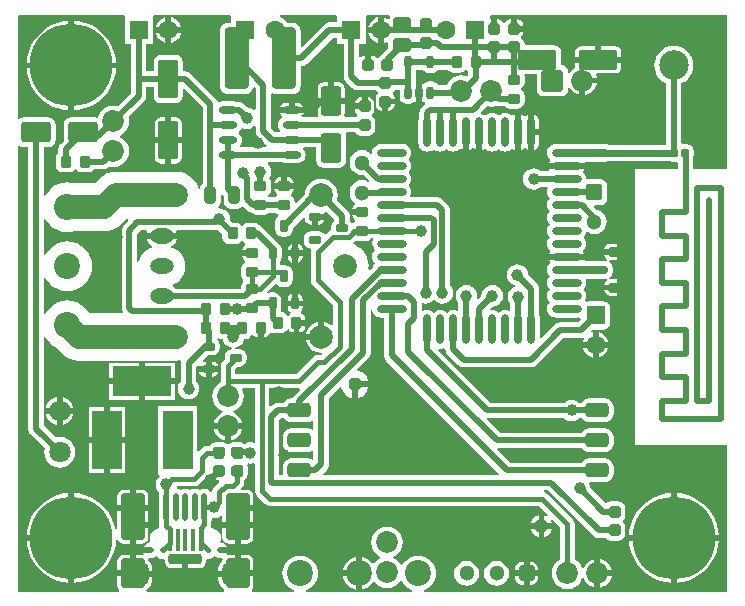
<source format=gtl>
%FSLAX44Y44*%
%MOMM*%
G71*
G01*
G75*
G04 Layer_Physical_Order=1*
G04 Layer_Color=191*
G04:AMPARAMS|DCode=10|XSize=1.05mm|YSize=0.65mm|CornerRadius=0.2015mm|HoleSize=0mm|Usage=FLASHONLY|Rotation=0.000|XOffset=0mm|YOffset=0mm|HoleType=Round|Shape=RoundedRectangle|*
%AMROUNDEDRECTD10*
21,1,1.0500,0.2470,0,0,0.0*
21,1,0.6470,0.6500,0,0,0.0*
1,1,0.4030,0.3235,-0.1235*
1,1,0.4030,-0.3235,-0.1235*
1,1,0.4030,-0.3235,0.1235*
1,1,0.4030,0.3235,0.1235*
%
%ADD10ROUNDEDRECTD10*%
G04:AMPARAMS|DCode=11|XSize=1mm|YSize=0.95mm|CornerRadius=0.1995mm|HoleSize=0mm|Usage=FLASHONLY|Rotation=0.000|XOffset=0mm|YOffset=0mm|HoleType=Round|Shape=RoundedRectangle|*
%AMROUNDEDRECTD11*
21,1,1.0000,0.5510,0,0,0.0*
21,1,0.6010,0.9500,0,0,0.0*
1,1,0.3990,0.3005,-0.2755*
1,1,0.3990,-0.3005,-0.2755*
1,1,0.3990,-0.3005,0.2755*
1,1,0.3990,0.3005,0.2755*
%
%ADD11ROUNDEDRECTD11*%
%ADD12R,0.4000X1.6000*%
G04:AMPARAMS|DCode=13|XSize=1mm|YSize=0.9mm|CornerRadius=0.198mm|HoleSize=0mm|Usage=FLASHONLY|Rotation=270.000|XOffset=0mm|YOffset=0mm|HoleType=Round|Shape=RoundedRectangle|*
%AMROUNDEDRECTD13*
21,1,1.0000,0.5040,0,0,270.0*
21,1,0.6040,0.9000,0,0,270.0*
1,1,0.3960,-0.2520,-0.3020*
1,1,0.3960,-0.2520,0.3020*
1,1,0.3960,0.2520,0.3020*
1,1,0.3960,0.2520,-0.3020*
%
%ADD13ROUNDEDRECTD13*%
G04:AMPARAMS|DCode=14|XSize=1mm|YSize=0.9mm|CornerRadius=0.198mm|HoleSize=0mm|Usage=FLASHONLY|Rotation=0.000|XOffset=0mm|YOffset=0mm|HoleType=Round|Shape=RoundedRectangle|*
%AMROUNDEDRECTD14*
21,1,1.0000,0.5040,0,0,0.0*
21,1,0.6040,0.9000,0,0,0.0*
1,1,0.3960,0.3020,-0.2520*
1,1,0.3960,-0.3020,-0.2520*
1,1,0.3960,-0.3020,0.2520*
1,1,0.3960,0.3020,0.2520*
%
%ADD14ROUNDEDRECTD14*%
G04:AMPARAMS|DCode=15|XSize=0.67mm|YSize=0.67mm|CornerRadius=0.1508mm|HoleSize=0mm|Usage=FLASHONLY|Rotation=180.000|XOffset=0mm|YOffset=0mm|HoleType=Round|Shape=RoundedRectangle|*
%AMROUNDEDRECTD15*
21,1,0.6700,0.3685,0,0,180.0*
21,1,0.3685,0.6700,0,0,180.0*
1,1,0.3015,-0.1843,0.1843*
1,1,0.3015,0.1843,0.1843*
1,1,0.3015,0.1843,-0.1843*
1,1,0.3015,-0.1843,-0.1843*
%
%ADD15ROUNDEDRECTD15*%
G04:AMPARAMS|DCode=16|XSize=2.5mm|YSize=2mm|CornerRadius=0.2mm|HoleSize=0mm|Usage=FLASHONLY|Rotation=90.000|XOffset=0mm|YOffset=0mm|HoleType=Round|Shape=RoundedRectangle|*
%AMROUNDEDRECTD16*
21,1,2.5000,1.6000,0,0,90.0*
21,1,2.1000,2.0000,0,0,90.0*
1,1,0.4000,0.8000,1.0500*
1,1,0.4000,0.8000,-1.0500*
1,1,0.4000,-0.8000,-1.0500*
1,1,0.4000,-0.8000,1.0500*
%
%ADD16ROUNDEDRECTD16*%
G04:AMPARAMS|DCode=17|XSize=2.3mm|YSize=0.5mm|CornerRadius=0.2mm|HoleSize=0mm|Usage=FLASHONLY|Rotation=90.000|XOffset=0mm|YOffset=0mm|HoleType=Round|Shape=RoundedRectangle|*
%AMROUNDEDRECTD17*
21,1,2.3000,0.1000,0,0,90.0*
21,1,1.9000,0.5000,0,0,90.0*
1,1,0.4000,0.0500,0.9500*
1,1,0.4000,0.0500,-0.9500*
1,1,0.4000,-0.0500,-0.9500*
1,1,0.4000,-0.0500,0.9500*
%
%ADD17ROUNDEDRECTD17*%
G04:AMPARAMS|DCode=18|XSize=1.1mm|YSize=0.6mm|CornerRadius=0.201mm|HoleSize=0mm|Usage=FLASHONLY|Rotation=90.000|XOffset=0mm|YOffset=0mm|HoleType=Round|Shape=RoundedRectangle|*
%AMROUNDEDRECTD18*
21,1,1.1000,0.1980,0,0,90.0*
21,1,0.6980,0.6000,0,0,90.0*
1,1,0.4020,0.0990,0.3490*
1,1,0.4020,0.0990,-0.3490*
1,1,0.4020,-0.0990,-0.3490*
1,1,0.4020,-0.0990,0.3490*
%
%ADD18ROUNDEDRECTD18*%
%ADD19O,0.7000X2.5000*%
%ADD20O,2.5000X0.7000*%
%ADD21R,0.4000X1.4000*%
G04:AMPARAMS|DCode=22|XSize=1.8mm|YSize=1.9mm|CornerRadius=0.45mm|HoleSize=0mm|Usage=FLASHONLY|Rotation=0.000|XOffset=0mm|YOffset=0mm|HoleType=Round|Shape=RoundedRectangle|*
%AMROUNDEDRECTD22*
21,1,1.8000,1.0000,0,0,0.0*
21,1,0.9000,1.9000,0,0,0.0*
1,1,0.9000,0.4500,-0.5000*
1,1,0.9000,-0.4500,-0.5000*
1,1,0.9000,-0.4500,0.5000*
1,1,0.9000,0.4500,0.5000*
%
%ADD22ROUNDEDRECTD22*%
G04:AMPARAMS|DCode=23|XSize=1.2mm|YSize=2mm|CornerRadius=0.3mm|HoleSize=0mm|Usage=FLASHONLY|Rotation=270.000|XOffset=0mm|YOffset=0mm|HoleType=Round|Shape=RoundedRectangle|*
%AMROUNDEDRECTD23*
21,1,1.2000,1.4000,0,0,270.0*
21,1,0.6000,2.0000,0,0,270.0*
1,1,0.6000,-0.7000,-0.3000*
1,1,0.6000,-0.7000,0.3000*
1,1,0.6000,0.7000,0.3000*
1,1,0.6000,0.7000,-0.3000*
%
%ADD23ROUNDEDRECTD23*%
G04:AMPARAMS|DCode=24|XSize=0.7mm|YSize=1mm|CornerRadius=0.175mm|HoleSize=0mm|Usage=FLASHONLY|Rotation=90.000|XOffset=0mm|YOffset=0mm|HoleType=Round|Shape=RoundedRectangle|*
%AMROUNDEDRECTD24*
21,1,0.7000,0.6500,0,0,90.0*
21,1,0.3500,1.0000,0,0,90.0*
1,1,0.3500,0.3250,0.1750*
1,1,0.3500,0.3250,-0.1750*
1,1,0.3500,-0.3250,-0.1750*
1,1,0.3500,-0.3250,0.1750*
%
%ADD24ROUNDEDRECTD24*%
G04:AMPARAMS|DCode=25|XSize=0.8mm|YSize=2mm|CornerRadius=0.2mm|HoleSize=0mm|Usage=FLASHONLY|Rotation=90.000|XOffset=0mm|YOffset=0mm|HoleType=Round|Shape=RoundedRectangle|*
%AMROUNDEDRECTD25*
21,1,0.8000,1.6000,0,0,90.0*
21,1,0.4000,2.0000,0,0,90.0*
1,1,0.4000,0.8000,0.2000*
1,1,0.4000,0.8000,-0.2000*
1,1,0.4000,-0.8000,-0.2000*
1,1,0.4000,-0.8000,0.2000*
%
%ADD25ROUNDEDRECTD25*%
G04:AMPARAMS|DCode=26|XSize=0.7mm|YSize=1.5mm|CornerRadius=0.175mm|HoleSize=0mm|Usage=FLASHONLY|Rotation=90.000|XOffset=0mm|YOffset=0mm|HoleType=Round|Shape=RoundedRectangle|*
%AMROUNDEDRECTD26*
21,1,0.7000,1.1500,0,0,90.0*
21,1,0.3500,1.5000,0,0,90.0*
1,1,0.3500,0.5750,0.1750*
1,1,0.3500,0.5750,-0.1750*
1,1,0.3500,-0.5750,-0.1750*
1,1,0.3500,-0.5750,0.1750*
%
%ADD26ROUNDEDRECTD26*%
%ADD27O,0.5000X2.5000*%
%ADD28O,2.5000X0.5000*%
G04:AMPARAMS|DCode=29|XSize=2.5mm|YSize=2mm|CornerRadius=0.25mm|HoleSize=0mm|Usage=FLASHONLY|Rotation=90.000|XOffset=0mm|YOffset=0mm|HoleType=Round|Shape=RoundedRectangle|*
%AMROUNDEDRECTD29*
21,1,2.5000,1.5000,0,0,90.0*
21,1,2.0000,2.0000,0,0,90.0*
1,1,0.5000,0.7500,1.0000*
1,1,0.5000,0.7500,-1.0000*
1,1,0.5000,-0.7500,-1.0000*
1,1,0.5000,-0.7500,1.0000*
%
%ADD29ROUNDEDRECTD29*%
G04:AMPARAMS|DCode=30|XSize=2.5mm|YSize=1.7mm|CornerRadius=0.204mm|HoleSize=0mm|Usage=FLASHONLY|Rotation=90.000|XOffset=0mm|YOffset=0mm|HoleType=Round|Shape=RoundedRectangle|*
%AMROUNDEDRECTD30*
21,1,2.5000,1.2920,0,0,90.0*
21,1,2.0920,1.7000,0,0,90.0*
1,1,0.4080,0.6460,1.0460*
1,1,0.4080,0.6460,-1.0460*
1,1,0.4080,-0.6460,-1.0460*
1,1,0.4080,-0.6460,1.0460*
%
%ADD30ROUNDEDRECTD30*%
G04:AMPARAMS|DCode=31|XSize=3.3mm|YSize=1.65mm|CornerRadius=0.198mm|HoleSize=0mm|Usage=FLASHONLY|Rotation=0.000|XOffset=0mm|YOffset=0mm|HoleType=Round|Shape=RoundedRectangle|*
%AMROUNDEDRECTD31*
21,1,3.3000,1.2540,0,0,0.0*
21,1,2.9040,1.6500,0,0,0.0*
1,1,0.3960,1.4520,-0.6270*
1,1,0.3960,-1.4520,-0.6270*
1,1,0.3960,-1.4520,0.6270*
1,1,0.3960,1.4520,0.6270*
%
%ADD31ROUNDEDRECTD31*%
G04:AMPARAMS|DCode=32|XSize=3.3mm|YSize=1.65mm|CornerRadius=0.198mm|HoleSize=0mm|Usage=FLASHONLY|Rotation=270.000|XOffset=0mm|YOffset=0mm|HoleType=Round|Shape=RoundedRectangle|*
%AMROUNDEDRECTD32*
21,1,3.3000,1.2540,0,0,270.0*
21,1,2.9040,1.6500,0,0,270.0*
1,1,0.3960,-0.6270,-1.4520*
1,1,0.3960,-0.6270,1.4520*
1,1,0.3960,0.6270,1.4520*
1,1,0.3960,0.6270,-1.4520*
%
%ADD32ROUNDEDRECTD32*%
%ADD33O,1.5500X0.6000*%
G04:AMPARAMS|DCode=34|XSize=5.2mm|YSize=2mm|CornerRadius=0.25mm|HoleSize=0mm|Usage=FLASHONLY|Rotation=90.000|XOffset=0mm|YOffset=0mm|HoleType=Round|Shape=RoundedRectangle|*
%AMROUNDEDRECTD34*
21,1,5.2000,1.5000,0,0,90.0*
21,1,4.7000,2.0000,0,0,90.0*
1,1,0.5000,0.7500,2.3500*
1,1,0.5000,0.7500,-2.3500*
1,1,0.5000,-0.7500,-2.3500*
1,1,0.5000,-0.7500,2.3500*
%
%ADD34ROUNDEDRECTD34*%
G04:AMPARAMS|DCode=35|XSize=1.45mm|YSize=0.95mm|CornerRadius=0.1995mm|HoleSize=0mm|Usage=FLASHONLY|Rotation=270.000|XOffset=0mm|YOffset=0mm|HoleType=Round|Shape=RoundedRectangle|*
%AMROUNDEDRECTD35*
21,1,1.4500,0.5510,0,0,270.0*
21,1,1.0510,0.9500,0,0,270.0*
1,1,0.3990,-0.2755,-0.5255*
1,1,0.3990,-0.2755,0.5255*
1,1,0.3990,0.2755,0.5255*
1,1,0.3990,0.2755,-0.5255*
%
%ADD35ROUNDEDRECTD35*%
G04:AMPARAMS|DCode=36|XSize=2.5mm|YSize=1.7mm|CornerRadius=0.204mm|HoleSize=0mm|Usage=FLASHONLY|Rotation=180.000|XOffset=0mm|YOffset=0mm|HoleType=Round|Shape=RoundedRectangle|*
%AMROUNDEDRECTD36*
21,1,2.5000,1.2920,0,0,180.0*
21,1,2.0920,1.7000,0,0,180.0*
1,1,0.4080,-1.0460,0.6460*
1,1,0.4080,1.0460,0.6460*
1,1,0.4080,1.0460,-0.6460*
1,1,0.4080,-1.0460,-0.6460*
%
%ADD36ROUNDEDRECTD36*%
G04:AMPARAMS|DCode=37|XSize=1.45mm|YSize=1.15mm|CornerRadius=0.2013mm|HoleSize=0mm|Usage=FLASHONLY|Rotation=180.000|XOffset=0mm|YOffset=0mm|HoleType=Round|Shape=RoundedRectangle|*
%AMROUNDEDRECTD37*
21,1,1.4500,0.7475,0,0,180.0*
21,1,1.0475,1.1500,0,0,180.0*
1,1,0.4025,-0.5238,0.3738*
1,1,0.4025,0.5238,0.3738*
1,1,0.4025,0.5238,-0.3738*
1,1,0.4025,-0.5238,-0.3738*
%
%ADD37ROUNDEDRECTD37*%
G04:AMPARAMS|DCode=38|XSize=1mm|YSize=0.95mm|CornerRadius=0.1995mm|HoleSize=0mm|Usage=FLASHONLY|Rotation=270.000|XOffset=0mm|YOffset=0mm|HoleType=Round|Shape=RoundedRectangle|*
%AMROUNDEDRECTD38*
21,1,1.0000,0.5510,0,0,270.0*
21,1,0.6010,0.9500,0,0,270.0*
1,1,0.3990,-0.2755,-0.3005*
1,1,0.3990,-0.2755,0.3005*
1,1,0.3990,0.2755,0.3005*
1,1,0.3990,0.2755,-0.3005*
%
%ADD38ROUNDEDRECTD38*%
G04:AMPARAMS|DCode=39|XSize=1.05mm|YSize=0.65mm|CornerRadius=0.2015mm|HoleSize=0mm|Usage=FLASHONLY|Rotation=90.000|XOffset=0mm|YOffset=0mm|HoleType=Round|Shape=RoundedRectangle|*
%AMROUNDEDRECTD39*
21,1,1.0500,0.2470,0,0,90.0*
21,1,0.6470,0.6500,0,0,90.0*
1,1,0.4030,0.1235,0.3235*
1,1,0.4030,0.1235,-0.3235*
1,1,0.4030,-0.1235,-0.3235*
1,1,0.4030,-0.1235,0.3235*
%
%ADD39ROUNDEDRECTD39*%
%ADD40C,2.0000*%
%ADD41C,0.5000*%
%ADD42C,0.7000*%
%ADD43C,0.4000*%
%ADD44C,0.6000*%
%ADD45C,2.2000*%
%ADD46O,2.0000X1.3000*%
%ADD47C,0.5000*%
G04:AMPARAMS|DCode=48|XSize=0.9mm|YSize=2.8mm|CornerRadius=0.225mm|HoleSize=0mm|Usage=FLASHONLY|Rotation=90.000|XOffset=0mm|YOffset=0mm|HoleType=Round|Shape=RoundedRectangle|*
%AMROUNDEDRECTD48*
21,1,0.9000,2.3500,0,0,90.0*
21,1,0.4500,2.8000,0,0,90.0*
1,1,0.4500,1.1750,0.2250*
1,1,0.4500,1.1750,-0.2250*
1,1,0.4500,-1.1750,-0.2250*
1,1,0.4500,-1.1750,0.2250*
%
%ADD48ROUNDEDRECTD48*%
G04:AMPARAMS|DCode=49|XSize=1.3mm|YSize=1.3mm|CornerRadius=0.1625mm|HoleSize=0mm|Usage=FLASHONLY|Rotation=0.000|XOffset=0mm|YOffset=0mm|HoleType=Round|Shape=RoundedRectangle|*
%AMROUNDEDRECTD49*
21,1,1.3000,0.9750,0,0,0.0*
21,1,0.9750,1.3000,0,0,0.0*
1,1,0.3250,0.4875,-0.4875*
1,1,0.3250,-0.4875,-0.4875*
1,1,0.3250,-0.4875,0.4875*
1,1,0.3250,0.4875,0.4875*
%
%ADD49ROUNDEDRECTD49*%
%ADD50C,1.3000*%
%ADD51C,7.0000*%
%ADD52C,0.1000*%
G04:AMPARAMS|DCode=53|XSize=1mm|YSize=1mm|CornerRadius=0.25mm|HoleSize=0mm|Usage=FLASHONLY|Rotation=180.000|XOffset=0mm|YOffset=0mm|HoleType=Round|Shape=RoundedRectangle|*
%AMROUNDEDRECTD53*
21,1,1.0000,0.5000,0,0,180.0*
21,1,0.5000,1.0000,0,0,180.0*
1,1,0.5000,-0.2500,0.2500*
1,1,0.5000,0.2500,0.2500*
1,1,0.5000,0.2500,-0.2500*
1,1,0.5000,-0.2500,-0.2500*
%
%ADD53ROUNDEDRECTD53*%
G04:AMPARAMS|DCode=54|XSize=1.4mm|YSize=1.4mm|CornerRadius=0.175mm|HoleSize=0mm|Usage=FLASHONLY|Rotation=270.000|XOffset=0mm|YOffset=0mm|HoleType=Round|Shape=RoundedRectangle|*
%AMROUNDEDRECTD54*
21,1,1.4000,1.0500,0,0,270.0*
21,1,1.0500,1.4000,0,0,270.0*
1,1,0.3500,-0.5250,-0.5250*
1,1,0.3500,-0.5250,0.5250*
1,1,0.3500,0.5250,0.5250*
1,1,0.3500,0.5250,-0.5250*
%
%ADD54ROUNDEDRECTD54*%
%ADD55C,2.5000*%
%ADD56C,2.0000*%
%ADD57C,1.6000*%
%ADD58R,1.6000X1.6000*%
%ADD59C,1.8000*%
G04:AMPARAMS|DCode=60|XSize=1.85mm|YSize=1.85mm|CornerRadius=0.2313mm|HoleSize=0mm|Usage=FLASHONLY|Rotation=180.000|XOffset=0mm|YOffset=0mm|HoleType=Round|Shape=RoundedRectangle|*
%AMROUNDEDRECTD60*
21,1,1.8500,1.3875,0,0,180.0*
21,1,1.3875,1.8500,0,0,180.0*
1,1,0.4625,-0.6937,0.6937*
1,1,0.4625,0.6937,0.6937*
1,1,0.4625,0.6937,-0.6937*
1,1,0.4625,-0.6937,-0.6937*
%
%ADD60ROUNDEDRECTD60*%
%ADD61C,1.8500*%
G04:AMPARAMS|DCode=62|XSize=1.6mm|YSize=1.6mm|CornerRadius=0.2mm|HoleSize=0mm|Usage=FLASHONLY|Rotation=270.000|XOffset=0mm|YOffset=0mm|HoleType=Round|Shape=RoundedRectangle|*
%AMROUNDEDRECTD62*
21,1,1.6000,1.2000,0,0,270.0*
21,1,1.2000,1.6000,0,0,270.0*
1,1,0.4000,-0.6000,-0.6000*
1,1,0.4000,-0.6000,0.6000*
1,1,0.4000,0.6000,0.6000*
1,1,0.4000,0.6000,-0.6000*
%
%ADD62ROUNDEDRECTD62*%
%ADD63R,2.5000X5.0000*%
%ADD64R,5.0000X2.5000*%
%ADD65C,1.0000*%
G36*
X181007Y100107D02*
X182470Y98986D01*
X184173Y98280D01*
X186000Y98040D01*
X200000D01*
X201827Y98280D01*
X203530Y98986D01*
X203805Y99196D01*
X204944Y98635D01*
Y92165D01*
X203805Y91604D01*
X203530Y91814D01*
X201827Y92520D01*
X200000Y92760D01*
X186000D01*
X184173Y92520D01*
X182470Y91814D01*
X181007Y90692D01*
X179886Y89230D01*
X179180Y87527D01*
X178940Y85700D01*
Y79700D01*
X179180Y77873D01*
X179886Y76170D01*
X181007Y74707D01*
X182470Y73586D01*
X184173Y72880D01*
X186000Y72640D01*
X200000D01*
X201827Y72880D01*
X203530Y73586D01*
X203805Y73796D01*
X204944Y73235D01*
Y66765D01*
X203805Y66204D01*
X203530Y66414D01*
X201827Y67120D01*
X200000Y67360D01*
X186000D01*
X184173Y67120D01*
X182470Y66414D01*
X181007Y65292D01*
X179886Y63830D01*
X179180Y62127D01*
X178940Y60300D01*
Y54300D01*
X178112Y53356D01*
X175556D01*
Y99384D01*
X177716Y101544D01*
X179905D01*
X181007Y100107D01*
D02*
G37*
G36*
X-21045Y268277D02*
X-18421Y265079D01*
X-15223Y262455D01*
X-11575Y260505D01*
X-7617Y259304D01*
X-3500Y258898D01*
X617Y259304D01*
X2593Y259903D01*
X28000D01*
X31921Y260289D01*
X35691Y261433D01*
X39165Y263290D01*
X42211Y265789D01*
X46324Y269903D01*
X47686D01*
X48172Y268730D01*
X44364Y264923D01*
X43322Y263565D01*
X42859Y262447D01*
X42667Y261984D01*
X42444Y260287D01*
Y195000D01*
X42667Y193303D01*
X42939Y192648D01*
X43322Y191722D01*
X43595Y191367D01*
X42969Y190097D01*
X14915D01*
X14045Y191723D01*
X11421Y194921D01*
X8223Y197545D01*
X4575Y199495D01*
X617Y200696D01*
X-3500Y201102D01*
X-7617Y200696D01*
X-11575Y199495D01*
X-15223Y197545D01*
X-18421Y194921D01*
X-21045Y191723D01*
X-22174Y189612D01*
X-23444Y189930D01*
Y220070D01*
X-22174Y220388D01*
X-21045Y218277D01*
X-18421Y215079D01*
X-15223Y212455D01*
X-11575Y210505D01*
X-7617Y209304D01*
X-3500Y208898D01*
X617Y209304D01*
X4575Y210505D01*
X8223Y212455D01*
X11421Y215079D01*
X14045Y218277D01*
X15995Y221925D01*
X17196Y225883D01*
X17602Y230000D01*
X17196Y234117D01*
X15995Y238075D01*
X14045Y241723D01*
X11421Y244921D01*
X8223Y247545D01*
X4575Y249495D01*
X617Y250696D01*
X-3500Y251102D01*
X-7617Y250696D01*
X-11575Y249495D01*
X-15223Y247545D01*
X-18421Y244921D01*
X-21045Y241723D01*
X-22174Y239612D01*
X-23444Y239930D01*
Y270070D01*
X-22174Y270388D01*
X-21045Y268277D01*
D02*
G37*
G36*
X155980Y348091D02*
Y344283D01*
X156204Y342587D01*
X156531Y341796D01*
X156859Y341005D01*
X157900Y339647D01*
X165034Y332514D01*
X165344Y332276D01*
X164913Y331006D01*
X142864D01*
X142472Y331777D01*
X142370Y332276D01*
X143401Y333620D01*
X144106Y335323D01*
X144347Y337150D01*
X144106Y338977D01*
X143401Y340680D01*
X142279Y342142D01*
X141535Y342713D01*
Y344287D01*
X142279Y344858D01*
X143401Y346320D01*
X143508Y346579D01*
X145127Y347167D01*
X146381Y346648D01*
X148730Y346339D01*
X151080Y346648D01*
X153269Y347555D01*
X154710Y348661D01*
X155980Y348091D01*
D02*
G37*
G36*
X127900Y290507D02*
X128811Y289596D01*
Y284745D01*
X129277Y282406D01*
X130602Y280423D01*
X132585Y279098D01*
X134924Y278633D01*
X140434D01*
X142773Y279098D01*
X144756Y280423D01*
X145711Y280517D01*
X148864Y277364D01*
X150222Y276322D01*
X151803Y275667D01*
X152387Y275590D01*
X152669Y275169D01*
X154647Y273847D01*
X156980Y273383D01*
X163020D01*
X165353Y273847D01*
X167331Y275169D01*
X167515Y275444D01*
X172485D01*
X172669Y275169D01*
X174647Y273847D01*
X175041Y273769D01*
X175310Y272420D01*
X174465Y271856D01*
X173135Y269866D01*
X172668Y267519D01*
Y261049D01*
X173135Y258702D01*
X174465Y256713D01*
X176454Y255383D01*
X178801Y254916D01*
X181271D01*
X183618Y255383D01*
X185608Y256713D01*
X186937Y258702D01*
X187404Y261049D01*
Y262381D01*
X196560Y271537D01*
X197831Y271011D01*
Y270299D01*
X198220Y268342D01*
X199328Y266684D01*
X200987Y265575D01*
X202944Y265186D01*
X203679D01*
Y271534D01*
X206179D01*
Y274034D01*
X214275D01*
X214138Y274726D01*
X213884Y275105D01*
X214408Y276262D01*
X215155Y276360D01*
X215659Y276569D01*
X222623Y269606D01*
Y268284D01*
X221607Y267606D01*
X220278Y265616D01*
X219811Y263269D01*
Y260799D01*
X219557Y260420D01*
X219352Y260379D01*
X217367Y259053D01*
X215527Y257213D01*
X214264Y257338D01*
X213750Y258106D01*
X211761Y259435D01*
X209414Y259902D01*
X202944D01*
X200597Y259435D01*
X198607Y258106D01*
X197278Y256116D01*
X196811Y253769D01*
Y251299D01*
X197278Y248952D01*
X198607Y246963D01*
X200597Y245633D01*
X202318Y245291D01*
X202971Y244088D01*
X202976Y243896D01*
X202537Y241689D01*
Y218345D01*
X203003Y216004D01*
X204329Y214019D01*
X221197Y197151D01*
Y180546D01*
X219928Y179919D01*
X218056Y181355D01*
X214894Y182665D01*
X214000Y182783D01*
Y170000D01*
X211500D01*
Y167500D01*
X198717D01*
X198835Y166606D01*
X200145Y163444D01*
X202228Y160728D01*
X204944Y158645D01*
X208106Y157335D01*
X211500Y156888D01*
X211904Y156941D01*
X212465Y155802D01*
X211628Y154965D01*
X208655D01*
X206314Y154499D01*
X204329Y153173D01*
X189974Y138818D01*
X138654D01*
Y143324D01*
X140463Y145132D01*
X142414D01*
X144761Y145599D01*
X146750Y146928D01*
X148080Y148918D01*
X148547Y151265D01*
Y153735D01*
X148080Y156082D01*
X146750Y158072D01*
X144761Y159401D01*
X142414Y159868D01*
X138756D01*
X138673Y161138D01*
X139386Y161232D01*
X141575Y162139D01*
X143455Y163581D01*
X144898Y165461D01*
X145805Y167651D01*
X145901Y168383D01*
X147020D01*
X149353Y168847D01*
X151331Y170169D01*
X152338Y171675D01*
X153708Y171795D01*
X153807Y171762D01*
X154390Y170890D01*
X156037Y169789D01*
X157980Y169403D01*
X158000D01*
Y177500D01*
X163000D01*
Y169403D01*
X163020D01*
X164963Y169789D01*
X166610Y170890D01*
X167711Y172537D01*
X167866Y173319D01*
X169278Y173903D01*
X169736Y173597D01*
X172069Y173133D01*
X177109D01*
X179442Y173597D01*
X181420Y174919D01*
X182427Y176425D01*
X183797Y176545D01*
X183896Y176512D01*
X184479Y175640D01*
X186126Y174539D01*
X188069Y174153D01*
X188089D01*
Y182250D01*
X190589D01*
Y184750D01*
X198187D01*
Y185270D01*
X197800Y187213D01*
X196700Y188860D01*
X195052Y189961D01*
X194326Y190105D01*
X194058Y191454D01*
X194351Y191649D01*
X195459Y193308D01*
X195848Y195265D01*
Y196000D01*
X183152D01*
Y195265D01*
X183541Y193308D01*
X184649Y191649D01*
X185556Y191044D01*
X185508Y189548D01*
X184479Y188860D01*
X183896Y187988D01*
X183797Y187955D01*
X182427Y188075D01*
X181420Y189581D01*
X179442Y190903D01*
X177502Y191289D01*
X177185Y192525D01*
X177191Y192603D01*
X177401Y192918D01*
X177868Y195265D01*
Y201735D01*
X177401Y204082D01*
X176072Y206072D01*
X174082Y207401D01*
X171735Y207868D01*
X169265D01*
X166918Y207401D01*
X166448Y207087D01*
X165638Y208073D01*
X172545Y214980D01*
X173809Y214856D01*
X174428Y213929D01*
X176418Y212599D01*
X178765Y212132D01*
X181235D01*
X183582Y212599D01*
X185572Y213929D01*
X186901Y215918D01*
X187368Y218265D01*
Y224735D01*
X186901Y227082D01*
X185572Y229072D01*
X183582Y230401D01*
X181235Y230868D01*
X178765D01*
X178492Y230814D01*
X176654Y231179D01*
Y234530D01*
X177437Y235702D01*
X177904Y238049D01*
Y244519D01*
X177437Y246866D01*
X176108Y248856D01*
X174989Y249604D01*
X162172Y262420D01*
X160814Y263462D01*
X160193Y263719D01*
X159260Y265116D01*
X157282Y266437D01*
X154949Y266901D01*
X149909D01*
X147576Y266437D01*
X145597Y265116D01*
X145064Y264317D01*
X143794D01*
X143260Y265116D01*
X141282Y266437D01*
X138949Y266901D01*
X136583D01*
X134357Y269128D01*
X134472Y270000D01*
X134163Y272349D01*
X133256Y274539D01*
X131813Y276419D01*
X129933Y277861D01*
X127744Y278768D01*
X125394Y279078D01*
X124939Y279018D01*
X124480Y280238D01*
X124756Y280423D01*
X126081Y282406D01*
X126546Y284745D01*
Y290185D01*
X127816Y290616D01*
X127900Y290507D01*
D02*
G37*
G36*
X555162Y312500D02*
X527454D01*
X526556Y313398D01*
Y322640D01*
X526858Y324157D01*
Y327842D01*
X526430Y329991D01*
X525213Y331813D01*
X523391Y333030D01*
X521242Y333458D01*
X517557D01*
X517538Y333454D01*
X516556Y334260D01*
Y384795D01*
X519211Y386214D01*
X521724Y388276D01*
X523786Y390789D01*
X525318Y393655D01*
X526261Y396765D01*
X526580Y400000D01*
X526261Y403235D01*
X525318Y406345D01*
X523786Y409211D01*
X521724Y411724D01*
X519211Y413786D01*
X516345Y415318D01*
X513234Y416261D01*
X510000Y416580D01*
X506765Y416261D01*
X503655Y415318D01*
X500789Y413786D01*
X498276Y411724D01*
X496214Y409211D01*
X494682Y406345D01*
X493739Y403235D01*
X493420Y400000D01*
X493739Y396765D01*
X494682Y393655D01*
X496214Y390789D01*
X498276Y388276D01*
X500789Y386214D01*
X503444Y384795D01*
Y333060D01*
X454752D01*
X454593Y333166D01*
X452350Y333613D01*
X445850D01*
X445609Y333565D01*
X410250D01*
X408292Y333307D01*
X406468Y332551D01*
X404901Y331349D01*
X403699Y329782D01*
X402943Y327958D01*
X402685Y326000D01*
X402943Y324042D01*
X403699Y322218D01*
X404901Y320651D01*
X404954Y320610D01*
X405067Y318923D01*
X404572Y318278D01*
X404250Y317500D01*
X434612D01*
X435237Y318435D01*
X445609D01*
X445850Y318387D01*
X452350D01*
X454593Y318834D01*
X454752Y318940D01*
X506759D01*
X508757Y318542D01*
X512442D01*
X512462Y318546D01*
X513444Y317740D01*
Y312500D01*
X477250D01*
Y247578D01*
X475980Y247193D01*
X475705Y247605D01*
X474051Y248710D01*
X472100Y249098D01*
X466600D01*
Y242000D01*
Y234902D01*
X472100D01*
X474051Y235290D01*
X475705Y236395D01*
X475980Y236807D01*
X477250Y236422D01*
Y217578D01*
X475980Y217193D01*
X475705Y217605D01*
X474051Y218710D01*
X472100Y219098D01*
X466600D01*
Y212000D01*
Y204902D01*
X472100D01*
X474051Y205290D01*
X475705Y206395D01*
X475980Y206807D01*
X477250Y206422D01*
X477250Y78541D01*
X555162Y78500D01*
Y-45412D01*
X298857D01*
X298669Y-44142D01*
X299383Y-43925D01*
X301989Y-42532D01*
X304273Y-40658D01*
X306147Y-38374D01*
X307540Y-35768D01*
X308398Y-32940D01*
X308688Y-30000D01*
X308398Y-27060D01*
X307540Y-24232D01*
X306147Y-21626D01*
X304273Y-19342D01*
X301989Y-17468D01*
X299383Y-16075D01*
X296556Y-15217D01*
X293615Y-14927D01*
X290674Y-15217D01*
X287847Y-16075D01*
X285241Y-17468D01*
X282957Y-19342D01*
X281083Y-21626D01*
X280331Y-23033D01*
X278927Y-22964D01*
X278742Y-22518D01*
X276618Y-19750D01*
X273851Y-17626D01*
X272665Y-17135D01*
Y-15865D01*
X273851Y-15374D01*
X276618Y-13250D01*
X278742Y-10482D01*
X280077Y-7259D01*
X280533Y-3800D01*
X280077Y-341D01*
X278742Y2882D01*
X276618Y5650D01*
X273851Y7774D01*
X270627Y9109D01*
X267169Y9564D01*
X263710Y9109D01*
X260486Y7774D01*
X257719Y5650D01*
X255595Y2882D01*
X254260Y-341D01*
X253804Y-3800D01*
X254260Y-7259D01*
X255595Y-10482D01*
X257719Y-13250D01*
X260486Y-15374D01*
X261672Y-15865D01*
Y-17135D01*
X260486Y-17626D01*
X257719Y-19750D01*
X256358Y-21523D01*
X254757Y-21523D01*
X253600Y-20015D01*
X250675Y-17771D01*
X247270Y-16360D01*
X246115Y-16208D01*
Y-30000D01*
Y-43792D01*
X247270Y-43640D01*
X250675Y-42229D01*
X253600Y-39985D01*
X255371Y-37677D01*
X256914Y-37601D01*
X257719Y-38650D01*
X260486Y-40774D01*
X263710Y-42109D01*
X267169Y-42564D01*
X270627Y-42109D01*
X273851Y-40774D01*
X276618Y-38650D01*
X278512Y-36182D01*
X278641Y-36137D01*
X279549Y-36139D01*
X279957Y-36268D01*
X281083Y-38374D01*
X282957Y-40658D01*
X285241Y-42532D01*
X287847Y-43925D01*
X288561Y-44142D01*
X288373Y-45412D01*
X198857D01*
X198669Y-44142D01*
X199383Y-43925D01*
X201989Y-42532D01*
X204273Y-40658D01*
X206147Y-38374D01*
X207540Y-35768D01*
X208398Y-32940D01*
X208688Y-30000D01*
X208398Y-27060D01*
X207540Y-24232D01*
X206147Y-21626D01*
X204273Y-19342D01*
X201989Y-17468D01*
X199383Y-16075D01*
X196556Y-15217D01*
X193615Y-14927D01*
X190674Y-15217D01*
X187847Y-16075D01*
X185241Y-17468D01*
X182957Y-19342D01*
X181083Y-21626D01*
X179690Y-24232D01*
X178832Y-27060D01*
X178542Y-30000D01*
X178832Y-32940D01*
X179690Y-35768D01*
X181083Y-38374D01*
X182957Y-40658D01*
X185241Y-42532D01*
X187847Y-43925D01*
X188561Y-44142D01*
X188373Y-45412D01*
X152935D01*
X152549Y-44142D01*
X152605Y-44105D01*
X153710Y-42451D01*
X154098Y-40500D01*
Y-32500D01*
X141000D01*
Y-30000D01*
X138500D01*
Y-14402D01*
X133000D01*
X132760Y-14450D01*
X131884Y-13329D01*
X132021Y-13000D01*
X125750D01*
Y-8000D01*
X132021D01*
X131646Y-7096D01*
X130564Y-5686D01*
X129154Y-4604D01*
X127512Y-3924D01*
X126940Y-3848D01*
X126139Y-2462D01*
X126294Y-2088D01*
X126569Y0D01*
X126294Y2088D01*
X125488Y4035D01*
X124206Y5706D01*
X122535Y6988D01*
X120588Y7794D01*
X118915Y8014D01*
X118263Y8992D01*
X118182Y9308D01*
X118617Y11500D01*
Y14108D01*
X118652Y14159D01*
X119117Y16500D01*
X119773Y17075D01*
X120929Y16922D01*
X123278Y17232D01*
X125468Y18139D01*
X126622Y19024D01*
X127892Y18398D01*
Y13250D01*
X154108D01*
Y20750D01*
X154098Y20799D01*
Y22500D01*
X141000D01*
Y27500D01*
X154098D01*
Y35500D01*
X153710Y37451D01*
X152605Y39105D01*
X150951Y40210D01*
X149000Y40598D01*
X143873D01*
X143387Y41771D01*
X144505Y42889D01*
X145300Y44078D01*
X145831Y44873D01*
X146296Y47214D01*
Y48760D01*
X147510Y49571D01*
X148832Y51549D01*
X149296Y53882D01*
Y58922D01*
X149296Y58922D01*
Y59922D01*
X148877Y62026D01*
X149349Y62795D01*
X149732Y63194D01*
X151289Y62989D01*
X153638Y63299D01*
X154441Y63631D01*
X155498Y62926D01*
Y39452D01*
X155963Y37111D01*
X157289Y35126D01*
X163541Y28874D01*
X165526Y27548D01*
X167867Y27082D01*
X395766D01*
X403535Y19314D01*
X402791Y18298D01*
X400500Y19247D01*
Y12500D01*
X407247D01*
X406298Y14791D01*
X407314Y15535D01*
X413882Y8966D01*
Y-18192D01*
X413318Y-18426D01*
X410550Y-20550D01*
X408426Y-23318D01*
X407091Y-26541D01*
X406636Y-30000D01*
X407091Y-33459D01*
X408426Y-36682D01*
X410550Y-39450D01*
X413318Y-41574D01*
X416541Y-42909D01*
X420000Y-43364D01*
X423459Y-42909D01*
X426682Y-41574D01*
X429450Y-39450D01*
X431574Y-36682D01*
X432554Y-34316D01*
X433928D01*
X434700Y-36178D01*
X436663Y-38737D01*
X439222Y-40700D01*
X442202Y-41935D01*
X442900Y-42027D01*
Y-30000D01*
Y-17973D01*
X442202Y-18065D01*
X439222Y-19300D01*
X436663Y-21263D01*
X434700Y-23822D01*
X433928Y-25684D01*
X432554D01*
X431574Y-23318D01*
X429450Y-20550D01*
X426682Y-18426D01*
X426118Y-18192D01*
Y11500D01*
X425652Y13841D01*
X424326Y15826D01*
X402626Y37526D01*
X400641Y38852D01*
X400028Y38974D01*
X400153Y40244D01*
X403191D01*
X441764Y1671D01*
X443122Y629D01*
X443912Y302D01*
X444703Y-26D01*
X446400Y-249D01*
X452325D01*
X452673Y-770D01*
X454656Y-2095D01*
X456995Y-2560D01*
X463005D01*
X465344Y-2095D01*
X467327Y-770D01*
X468652Y1213D01*
X469117Y3552D01*
Y9062D01*
X468652Y11401D01*
X467327Y13384D01*
X466896Y13672D01*
Y14942D01*
X467327Y15230D01*
X468652Y17213D01*
X469117Y19552D01*
Y25062D01*
X468652Y27401D01*
X467327Y29384D01*
X465344Y30709D01*
X463005Y31174D01*
X456995D01*
X454656Y30709D01*
X452673Y29384D01*
X452330Y29350D01*
X439420Y42260D01*
X439140Y44387D01*
X438484Y45970D01*
X439203Y47197D01*
X439270Y47240D01*
X452000D01*
X453827Y47480D01*
X455530Y48186D01*
X456992Y49307D01*
X458115Y50770D01*
X458820Y52473D01*
X459060Y54300D01*
Y60300D01*
X458820Y62127D01*
X458115Y63830D01*
X456992Y65292D01*
X455530Y66414D01*
X453827Y67120D01*
X452000Y67360D01*
X438000D01*
X436173Y67120D01*
X434470Y66414D01*
X433008Y65292D01*
X431905Y63856D01*
X371416D01*
X360398Y74874D01*
X360924Y76144D01*
X431905D01*
X433008Y74707D01*
X434470Y73586D01*
X436173Y72880D01*
X438000Y72640D01*
X452000D01*
X453827Y72880D01*
X455530Y73586D01*
X456992Y74707D01*
X458115Y76170D01*
X458820Y77873D01*
X459060Y79700D01*
Y85700D01*
X458820Y87527D01*
X458115Y89230D01*
X456992Y90692D01*
X455530Y91814D01*
X453827Y92520D01*
X452000Y92760D01*
X438000D01*
X436173Y92520D01*
X434470Y91814D01*
X433008Y90692D01*
X431905Y89256D01*
X362752D01*
X351591Y100417D01*
X352260Y101544D01*
X417260D01*
X418961Y100239D01*
X421151Y99332D01*
X423500Y99022D01*
X425849Y99332D01*
X428039Y100239D01*
X429740Y101544D01*
X431905D01*
X433008Y100107D01*
X434470Y98986D01*
X436173Y98280D01*
X438000Y98040D01*
X452000D01*
X453827Y98280D01*
X455530Y98986D01*
X456992Y100107D01*
X458115Y101570D01*
X458820Y103273D01*
X459060Y105100D01*
Y111100D01*
X458820Y112927D01*
X458115Y114630D01*
X456992Y116092D01*
X455530Y117214D01*
X453827Y117920D01*
X452000Y118160D01*
X438000D01*
X436173Y117920D01*
X434470Y117214D01*
X433008Y116092D01*
X431905Y114656D01*
X429740D01*
X428039Y115961D01*
X425849Y116868D01*
X423500Y117178D01*
X421151Y116868D01*
X418961Y115961D01*
X417260Y114656D01*
X354652D01*
X310412Y158896D01*
X311005Y160099D01*
X312250Y159935D01*
X314208Y160193D01*
X315424Y160697D01*
X316694Y159951D01*
Y159750D01*
X316917Y158053D01*
X317245Y157262D01*
X317572Y156472D01*
X318614Y155114D01*
X327364Y146364D01*
X328722Y145322D01*
X329840Y144859D01*
X330303Y144667D01*
X332000Y144444D01*
X388998D01*
X390695Y144667D01*
X391485Y144995D01*
X392276Y145322D01*
X393634Y146364D01*
X416713Y169444D01*
X431470D01*
X433167Y169667D01*
X433331Y169735D01*
X433603Y169554D01*
X434231Y168734D01*
X433253Y166372D01*
X433204Y166000D01*
X441470D01*
Y174266D01*
X441098Y174217D01*
X440511Y173974D01*
X439792Y175050D01*
X441124Y176383D01*
X449970D01*
X452311Y176848D01*
X454295Y178174D01*
X455622Y180159D01*
X456087Y182500D01*
Y194500D01*
X455622Y196841D01*
X454295Y198826D01*
X452311Y200152D01*
X449970Y200618D01*
X437970D01*
X435629Y200152D01*
X435538Y200091D01*
X434658Y201031D01*
X434801Y201218D01*
X435557Y203042D01*
X435815Y205000D01*
X435557Y206958D01*
X434801Y208782D01*
X434226Y209531D01*
X433684Y210500D01*
X434226Y211469D01*
X434801Y212218D01*
X435557Y214042D01*
X435815Y216000D01*
X435557Y217958D01*
X435382Y218379D01*
X436088Y219435D01*
X445609D01*
X445850Y219387D01*
X452350D01*
X453100Y219537D01*
X453596Y218340D01*
X452495Y217605D01*
X451390Y215951D01*
X451101Y214500D01*
X461600D01*
Y219098D01*
X456100D01*
X455642Y219007D01*
X455146Y220203D01*
X456495Y221105D01*
X457766Y223006D01*
X458213Y225250D01*
Y228750D01*
X457766Y230993D01*
X456495Y232896D01*
X455146Y233797D01*
X455642Y234993D01*
X456100Y234902D01*
X461600D01*
Y239500D01*
X451101D01*
X451390Y238049D01*
X452495Y236395D01*
X453596Y235660D01*
X453100Y234463D01*
X452350Y234613D01*
X445850D01*
X445609Y234565D01*
X435237D01*
X434612Y235500D01*
X404250D01*
X404572Y234722D01*
X405067Y234077D01*
X404954Y232390D01*
X404901Y232349D01*
X403699Y230782D01*
X402943Y228958D01*
X402685Y227000D01*
X402943Y225042D01*
X403699Y223218D01*
X404274Y222468D01*
X404816Y221500D01*
X404274Y220532D01*
X403699Y219782D01*
X402943Y217958D01*
X402685Y216000D01*
X402943Y214042D01*
X403699Y212218D01*
X404274Y211469D01*
X404816Y210500D01*
X404274Y209531D01*
X403699Y208782D01*
X402943Y206958D01*
X402685Y205000D01*
X402943Y203042D01*
X403699Y201218D01*
X404274Y200469D01*
X404816Y199500D01*
X404274Y198531D01*
X403699Y197782D01*
X402943Y195958D01*
X402685Y194000D01*
X402943Y192042D01*
X403699Y190218D01*
X404901Y188651D01*
X406468Y187449D01*
X408292Y186693D01*
X410250Y186435D01*
X428250D01*
X429981Y186663D01*
X430536Y186411D01*
X431285Y185766D01*
X431336Y185138D01*
X428754Y182556D01*
X413998D01*
X412301Y182333D01*
X411304Y181920D01*
X410720Y181678D01*
X409362Y180636D01*
X397988Y169262D01*
X396815Y169748D01*
Y185500D01*
X396557Y187458D01*
X395806Y189271D01*
Y211133D01*
X395583Y212829D01*
X395170Y213827D01*
X394928Y214411D01*
X393886Y215769D01*
X386758Y222896D01*
X386478Y225022D01*
X385571Y227211D01*
X384129Y229091D01*
X382249Y230534D01*
X380060Y231441D01*
X377710Y231750D01*
X375360Y231441D01*
X373171Y230534D01*
X371291Y229091D01*
X369849Y227211D01*
X368942Y225022D01*
X368632Y222673D01*
X368942Y220323D01*
X369849Y218134D01*
X371291Y216254D01*
X373171Y214811D01*
X375204Y213969D01*
X375338Y213466D01*
X375294Y212632D01*
X373998Y212095D01*
X372118Y210652D01*
X370675Y208772D01*
X369768Y206583D01*
X369459Y204234D01*
X369768Y201884D01*
X370675Y199695D01*
X371694Y198367D01*
Y193049D01*
X370424Y192303D01*
X369208Y192807D01*
X367250Y193065D01*
X365292Y192807D01*
X363468Y192051D01*
X362719Y191476D01*
X361599Y190849D01*
X360032Y192051D01*
X358208Y192807D01*
X356250Y193065D01*
X355293Y192939D01*
X354700Y194142D01*
X356474Y195915D01*
X358600Y196195D01*
X360789Y197102D01*
X362669Y198545D01*
X364112Y200425D01*
X365018Y202614D01*
X365328Y204964D01*
X365018Y207313D01*
X364112Y209503D01*
X362669Y211383D01*
X360789Y212825D01*
X358600Y213732D01*
X356250Y214041D01*
X353900Y213732D01*
X351711Y212825D01*
X349831Y211383D01*
X348389Y209503D01*
X347482Y207313D01*
X347202Y205187D01*
X344579Y202564D01*
X343376Y203158D01*
X343614Y204964D01*
X343305Y207313D01*
X342398Y209503D01*
X340955Y211383D01*
X339075Y212825D01*
X336886Y213732D01*
X334536Y214041D01*
X332187Y213732D01*
X329997Y212825D01*
X328117Y211383D01*
X326675Y209503D01*
X325768Y207313D01*
X325459Y204964D01*
X325768Y202614D01*
X326675Y200425D01*
X327694Y199097D01*
Y193049D01*
X326424Y192303D01*
X325208Y192807D01*
X323250Y193065D01*
X321292Y192807D01*
X319468Y192051D01*
X317901Y190849D01*
X316782Y191476D01*
X316032Y192051D01*
X314208Y192807D01*
X312250Y193065D01*
X310292Y192807D01*
X308468Y192051D01*
X307719Y191476D01*
X306599Y190849D01*
X305032Y192051D01*
X303208Y192807D01*
X301250Y193065D01*
X299292Y192807D01*
X297826Y192200D01*
X296556Y192799D01*
Y198042D01*
X297279Y198525D01*
X297826Y198709D01*
X300000Y198422D01*
X302349Y198732D01*
X304539Y199639D01*
X306419Y201081D01*
X307581D01*
X309461Y199639D01*
X311651Y198732D01*
X314000Y198422D01*
X316350Y198732D01*
X318539Y199639D01*
X320419Y201081D01*
X321861Y202961D01*
X322768Y205151D01*
X323078Y207500D01*
X322768Y209849D01*
X321861Y212039D01*
X320556Y213740D01*
Y277534D01*
X320333Y279231D01*
X320141Y279694D01*
X319678Y280812D01*
X318636Y282170D01*
X314170Y286636D01*
X312812Y287678D01*
X311886Y288061D01*
X311231Y288333D01*
X309534Y288556D01*
X287799D01*
X287053Y289826D01*
X287557Y291042D01*
X287815Y293000D01*
X287557Y294958D01*
X286801Y296782D01*
X285599Y298349D01*
Y298651D01*
X286801Y300218D01*
X287557Y302042D01*
X287815Y304000D01*
X287557Y305958D01*
X286801Y307782D01*
X285599Y309349D01*
Y309651D01*
X286801Y311218D01*
X287557Y313042D01*
X287815Y315000D01*
X287557Y316958D01*
X286801Y318782D01*
X285599Y320349D01*
Y320651D01*
X286801Y322218D01*
X287557Y324042D01*
X287815Y326000D01*
X287557Y327958D01*
X286801Y329782D01*
X285599Y331349D01*
X284032Y332551D01*
X282208Y333307D01*
X280250Y333565D01*
X262250D01*
X260292Y333307D01*
X258468Y332551D01*
X256901Y331349D01*
X255699Y329782D01*
X254943Y327958D01*
X254694Y326062D01*
X254282Y325741D01*
X253477Y325452D01*
X251502Y326967D01*
X248948Y328024D01*
X246207Y328385D01*
X243466Y328024D01*
X240912Y326967D01*
X238718Y325284D01*
X237035Y323090D01*
X235977Y320536D01*
X235616Y317795D01*
X235977Y315054D01*
X237035Y312500D01*
X238718Y310306D01*
X240912Y308623D01*
X243466Y307565D01*
X246207Y307204D01*
X247372Y307358D01*
X252112Y302618D01*
X251502Y301567D01*
X248948Y302624D01*
X246207Y302985D01*
X243466Y302624D01*
X240912Y301567D01*
X238718Y299883D01*
X237035Y297690D01*
X235977Y295136D01*
X235616Y292395D01*
X235977Y289654D01*
X237035Y287099D01*
X238718Y284906D01*
X240065Y283873D01*
X240014Y282311D01*
X239390Y281895D01*
X238289Y280247D01*
X237903Y278304D01*
Y278284D01*
X246000D01*
Y273284D01*
X237903D01*
Y273264D01*
X238289Y271321D01*
X239390Y269674D01*
X240262Y269091D01*
X240295Y268992D01*
X240175Y267622D01*
X238856Y266741D01*
X238398Y266655D01*
X237277Y266818D01*
X236750Y267606D01*
X235735Y268284D01*
Y272321D01*
X235511Y274018D01*
X235184Y274809D01*
X234856Y275599D01*
X233815Y276957D01*
X224931Y285841D01*
X225140Y286345D01*
X225621Y290000D01*
X225140Y293655D01*
X223729Y297060D01*
X221485Y299985D01*
X218560Y302229D01*
X215155Y303640D01*
X211500Y304121D01*
X207845Y303640D01*
X204440Y302229D01*
X201515Y299985D01*
X199271Y297060D01*
X197860Y293655D01*
X197516Y291035D01*
X190290Y283810D01*
X189117Y284296D01*
Y284520D01*
X188653Y286853D01*
X187331Y288831D01*
X185825Y289838D01*
X185705Y291208D01*
X185738Y291307D01*
X186610Y291890D01*
X187711Y293537D01*
X188097Y295480D01*
Y295500D01*
X171903D01*
Y295480D01*
X172289Y293537D01*
X173390Y291890D01*
X174262Y291307D01*
X174295Y291208D01*
X174175Y289838D01*
X172669Y288831D01*
X172485Y288556D01*
X167515D01*
X167331Y288831D01*
X166533Y289365D01*
Y290635D01*
X167331Y291169D01*
X168653Y293147D01*
X169117Y295480D01*
Y300520D01*
X168653Y302853D01*
X167353Y304799D01*
X167861Y305461D01*
X168768Y307651D01*
X169078Y310000D01*
X168768Y312349D01*
X167861Y314539D01*
X166419Y316419D01*
X166152Y316624D01*
X166583Y317894D01*
X179322D01*
X179959Y317630D01*
X181786Y317390D01*
X191286D01*
X193114Y317630D01*
X194817Y318336D01*
X196279Y319458D01*
X197401Y320920D01*
X198106Y322623D01*
X198347Y324450D01*
X198106Y326277D01*
X197401Y327980D01*
X196370Y329324D01*
X196472Y329823D01*
X196864Y330594D01*
X207382D01*
Y319540D01*
X207850Y317183D01*
X209185Y315185D01*
X211183Y313850D01*
X213540Y313382D01*
X226460D01*
X228817Y313850D01*
X230815Y315185D01*
X232150Y317183D01*
X232618Y319540D01*
Y340460D01*
X232307Y342024D01*
X233242Y343294D01*
X240388D01*
X240939Y342469D01*
X242922Y341144D01*
X245261Y340678D01*
X251271D01*
X253610Y341144D01*
X255593Y342469D01*
X256919Y344452D01*
X257384Y346791D01*
Y352301D01*
X256919Y354640D01*
X255593Y356623D01*
X254455Y357383D01*
X254455Y358911D01*
X254873Y359190D01*
X255977Y360842D01*
X256364Y362791D01*
Y368301D01*
X255977Y370250D01*
X254873Y371902D01*
X253220Y373006D01*
X251271Y373394D01*
X250766D01*
Y365546D01*
X248266D01*
Y363046D01*
X240169D01*
Y362791D01*
X240556Y360842D01*
X241660Y359190D01*
X242077Y358911D01*
X242077Y357383D01*
X240939Y356623D01*
X240794Y356406D01*
X231775D01*
X231258Y357373D01*
X231228Y357676D01*
X231599Y359540D01*
Y367500D01*
X208401D01*
Y359540D01*
X208772Y357676D01*
X208742Y357373D01*
X208225Y356406D01*
X195183D01*
X194798Y357676D01*
X195612Y358220D01*
X196832Y360046D01*
X176241D01*
X177461Y358220D01*
X178579Y357473D01*
X178438Y356040D01*
X178256Y355965D01*
X176794Y354842D01*
X175672Y353380D01*
X174967Y351677D01*
X174726Y349850D01*
X174967Y348023D01*
X175672Y346320D01*
X176703Y344976D01*
X176600Y344477D01*
X176208Y343706D01*
X172385D01*
X169092Y346999D01*
Y375501D01*
X170362Y376350D01*
X170803Y376167D01*
X172500Y375944D01*
X187500D01*
X189197Y376167D01*
X190778Y376822D01*
X192136Y377864D01*
X193178Y379222D01*
X193833Y380803D01*
X194056Y382500D01*
Y399444D01*
X194536D01*
X196233Y399667D01*
X196888Y399939D01*
X197814Y400322D01*
X199172Y401364D01*
X221252Y423444D01*
X225036D01*
Y418000D01*
X230480D01*
Y390935D01*
X230704Y389238D01*
X230975Y388583D01*
X231359Y387657D01*
X232400Y386299D01*
X237864Y380836D01*
X239222Y379794D01*
X239806Y379552D01*
X240803Y379139D01*
X242500Y378915D01*
X258113D01*
X258462Y378394D01*
X259600Y377634D01*
X259600Y376106D01*
X259182Y375828D01*
X258078Y374175D01*
X257691Y372226D01*
Y366716D01*
X258078Y364767D01*
X259182Y363115D01*
X260835Y362011D01*
X262784Y361624D01*
X263289D01*
Y369471D01*
X265789D01*
Y371971D01*
X273887D01*
Y372226D01*
X273499Y374175D01*
X272395Y375828D01*
X271978Y376106D01*
X271978Y377634D01*
X273116Y378394D01*
X273965Y379665D01*
X277919D01*
Y373510D01*
X278385Y371165D01*
X279713Y369177D01*
X281701Y367849D01*
X284046Y367382D01*
X286026D01*
X288371Y367849D01*
X290359Y369177D01*
X290863Y369277D01*
X291592Y368791D01*
X292036Y368702D01*
Y372916D01*
X292155Y373510D01*
Y377000D01*
Y380490D01*
X292036Y381084D01*
Y385973D01*
X291592Y386504D01*
Y396444D01*
X297867D01*
X298713Y395177D01*
X300701Y393849D01*
X303046Y393382D01*
X305026D01*
X307371Y393849D01*
X309359Y395177D01*
X310206Y396444D01*
X318901D01*
X319419Y395669D01*
X321397Y394347D01*
X323730Y393883D01*
X328770D01*
X331103Y394347D01*
X333081Y395669D01*
X333615Y396467D01*
X334885D01*
X335419Y395669D01*
X335694Y395485D01*
Y392216D01*
X334603Y391124D01*
X333759Y391474D01*
X330300Y391929D01*
X326841Y391474D01*
X323618Y390139D01*
X320850Y388015D01*
X318726Y385247D01*
X318026Y383556D01*
X310206D01*
X309359Y384823D01*
X307371Y386151D01*
X305026Y386618D01*
X303046D01*
X300701Y386151D01*
X298713Y384823D01*
X298209Y384723D01*
X297481Y385209D01*
X297036Y385298D01*
Y381084D01*
X296918Y380490D01*
Y377000D01*
Y373510D01*
X297036Y372916D01*
Y368702D01*
X297481Y368791D01*
X298209Y369277D01*
X298713Y369177D01*
X299433Y368697D01*
X299474Y367427D01*
X299179Y367201D01*
X296614Y364636D01*
X295572Y363278D01*
X295109Y362160D01*
X294917Y361697D01*
X294694Y360000D01*
Y356271D01*
X293943Y354458D01*
X293685Y352500D01*
Y334500D01*
X293943Y332542D01*
X294699Y330718D01*
X295901Y329151D01*
X297468Y327949D01*
X299292Y327193D01*
X301250Y326935D01*
X303208Y327193D01*
X305032Y327949D01*
X305781Y328524D01*
X306901Y329151D01*
X308468Y327949D01*
X310292Y327193D01*
X312250Y326935D01*
X314208Y327193D01*
X316032Y327949D01*
X317599Y329151D01*
X318718Y328524D01*
X319468Y327949D01*
X321292Y327193D01*
X323250Y326935D01*
X325208Y327193D01*
X327032Y327949D01*
X328599Y329151D01*
X328640Y329204D01*
X330327Y329317D01*
X330972Y328822D01*
X331750Y328500D01*
Y343500D01*
X336750D01*
Y328500D01*
X337528Y328822D01*
X338886Y329864D01*
X339115Y330163D01*
X340385D01*
X340614Y329864D01*
X341972Y328822D01*
X342750Y328500D01*
Y343500D01*
X347750D01*
Y328500D01*
X348528Y328822D01*
X349173Y329317D01*
X350860Y329204D01*
X350901Y329151D01*
X352468Y327949D01*
X354292Y327193D01*
X356250Y326935D01*
X358208Y327193D01*
X360032Y327949D01*
X360782Y328524D01*
X361750Y329066D01*
X362719Y328524D01*
X363468Y327949D01*
X365292Y327193D01*
X367250Y326935D01*
X369208Y327193D01*
X371032Y327949D01*
X372599Y329151D01*
X372640Y329204D01*
X374327Y329317D01*
X374972Y328822D01*
X375750Y328500D01*
Y343500D01*
Y358500D01*
X374972Y358178D01*
X374327Y357683D01*
X372640Y357795D01*
X372599Y357849D01*
X371032Y359051D01*
X369208Y359807D01*
X367250Y360065D01*
X365292Y359807D01*
X363468Y359051D01*
X362719Y358476D01*
X361750Y357934D01*
X360782Y358476D01*
X360032Y359051D01*
X358208Y359807D01*
X356250Y360065D01*
X354292Y359807D01*
X352468Y359051D01*
X350901Y357849D01*
X350860Y357795D01*
X349173Y357683D01*
X348528Y358178D01*
X346947Y358833D01*
X346861Y358844D01*
X346453Y360047D01*
X352115Y365708D01*
X352241Y365656D01*
X355700Y365201D01*
X359159Y365656D01*
X359877Y365953D01*
X359913Y365939D01*
X360568Y365667D01*
X362265Y365444D01*
X367021D01*
X367205Y365169D01*
X369183Y363847D01*
X371516Y363383D01*
X377556D01*
X379890Y363847D01*
X381868Y365169D01*
X383189Y367147D01*
X383653Y369480D01*
Y374520D01*
X383189Y376853D01*
X381868Y378831D01*
X381069Y379365D01*
Y380635D01*
X381868Y381169D01*
X383189Y383147D01*
X383653Y385480D01*
Y390520D01*
X383428Y391651D01*
X384234Y392633D01*
X393926D01*
Y380325D01*
X394416Y377862D01*
X395812Y375774D01*
X397900Y374378D01*
X400363Y373889D01*
X414238D01*
X416701Y374378D01*
X418788Y375774D01*
X420184Y377862D01*
X420674Y380325D01*
Y380967D01*
X421944Y381219D01*
X422000Y381084D01*
X423963Y378525D01*
X426522Y376562D01*
X429502Y375327D01*
X430200Y375235D01*
Y387262D01*
X432700D01*
Y389762D01*
X444727D01*
X444635Y390460D01*
X443838Y392382D01*
X444687Y393652D01*
X460520D01*
X462463Y394039D01*
X464110Y395140D01*
X465211Y396787D01*
X465597Y398730D01*
Y402500D01*
X426402D01*
Y398730D01*
X426553Y397975D01*
X426522Y397962D01*
X423963Y395999D01*
X422000Y393440D01*
X421944Y393305D01*
X420674Y393557D01*
Y394200D01*
X420184Y396663D01*
X418788Y398751D01*
X416701Y400146D01*
X414617Y400560D01*
Y411270D01*
X414153Y413603D01*
X412831Y415581D01*
X410853Y416903D01*
X408520Y417367D01*
X383654D01*
Y418017D01*
X383189Y420356D01*
X381864Y422339D01*
X380725Y423100D01*
X380725Y424627D01*
X381143Y424906D01*
X382247Y426558D01*
X382634Y428507D01*
Y428762D01*
X374536D01*
Y431262D01*
X372036D01*
Y439110D01*
X371531D01*
X369582Y438722D01*
X367930Y437618D01*
X367032Y436274D01*
X366716Y436194D01*
X365937D01*
X365621Y436274D01*
X364723Y437618D01*
X363071Y438722D01*
X361122Y439110D01*
X360617D01*
Y431262D01*
X355617D01*
Y439110D01*
X355112D01*
X355018Y439091D01*
X354036Y439897D01*
Y442000D01*
X355136Y442412D01*
X555162D01*
Y312500D01*
D02*
G37*
G36*
X135036Y442000D02*
Y436056D01*
X132500D01*
X130803Y435833D01*
X129222Y435178D01*
X127864Y434136D01*
X126822Y432778D01*
X126167Y431197D01*
X125944Y429500D01*
Y382500D01*
X126167Y380803D01*
X126822Y379222D01*
X127864Y377864D01*
X129222Y376822D01*
X130803Y376167D01*
X132500Y375944D01*
X147500D01*
X149197Y376167D01*
X150778Y376822D01*
X152136Y377864D01*
X153178Y379222D01*
X153833Y380803D01*
X153867Y381065D01*
X155001Y381450D01*
X155980Y380637D01*
Y362742D01*
X154710Y362172D01*
X153269Y363278D01*
X151080Y364185D01*
X148954Y364464D01*
X146236Y367182D01*
X144879Y368224D01*
X143952Y368607D01*
X143297Y368879D01*
X141601Y369102D01*
X139750D01*
X139114Y369366D01*
X137286Y369606D01*
X127786D01*
X125959Y369366D01*
X125288Y369088D01*
X124062Y369056D01*
X123730Y369734D01*
X123357Y370636D01*
X122836Y371315D01*
X122315Y371993D01*
X101126Y393182D01*
X99768Y394224D01*
X98978Y394551D01*
X98187Y394879D01*
X96490Y395102D01*
X94403D01*
Y403066D01*
X93939Y405399D01*
X92618Y407377D01*
X90640Y408699D01*
X88306Y409163D01*
X75766D01*
X73433Y408699D01*
X71455Y407377D01*
X70133Y405399D01*
X69669Y403066D01*
Y395102D01*
X63592D01*
Y418000D01*
X69036D01*
Y442000D01*
X70136Y442412D01*
X133937D01*
X135036Y442000D01*
D02*
G37*
G36*
X122346Y-16396D02*
X123988Y-17076D01*
X125750Y-17308D01*
X127164Y-17122D01*
X127955Y-17826D01*
X128164Y-18181D01*
X127916Y-19430D01*
X126651Y-20401D01*
X125449Y-21968D01*
X124693Y-23792D01*
X124435Y-25750D01*
Y-28250D01*
X136500D01*
Y-33250D01*
X124435D01*
Y-35750D01*
X124693Y-37708D01*
X125449Y-39532D01*
X126651Y-41099D01*
X128218Y-42301D01*
X128264Y-42320D01*
X128290Y-42451D01*
X129395Y-44105D01*
X129451Y-44142D01*
X129065Y-45412D01*
X63934D01*
X63549Y-44142D01*
X63605Y-44105D01*
X64710Y-42451D01*
X64736Y-42320D01*
X64782Y-42301D01*
X66349Y-41099D01*
X67551Y-39532D01*
X68307Y-37708D01*
X68565Y-35750D01*
Y-33250D01*
X56500D01*
Y-28250D01*
X68565D01*
Y-25750D01*
X68307Y-23792D01*
X67551Y-21968D01*
X66349Y-20401D01*
X65084Y-19430D01*
X64836Y-18181D01*
X65045Y-17826D01*
X65836Y-17122D01*
X67250Y-17308D01*
X69012Y-17076D01*
X70654Y-16396D01*
X71981Y-15378D01*
X72151Y-15599D01*
X73718Y-16801D01*
X75542Y-17557D01*
X77500Y-17815D01*
X78442Y-17691D01*
X79397Y-18528D01*
Y-20500D01*
X79805Y-22548D01*
X80965Y-24285D01*
X82702Y-25445D01*
X84750Y-25853D01*
X94000D01*
Y-18250D01*
X99000D01*
Y-25853D01*
X108250D01*
X110298Y-25445D01*
X112035Y-24285D01*
X113195Y-22548D01*
X113603Y-20500D01*
Y-18528D01*
X114558Y-17691D01*
X115500Y-17815D01*
X117458Y-17557D01*
X119282Y-16801D01*
X120849Y-15599D01*
X121019Y-15378D01*
X122346Y-16396D01*
D02*
G37*
G36*
X255628Y252612D02*
X254943Y250958D01*
X254685Y249000D01*
X254943Y247042D01*
X255699Y245218D01*
X256901Y243651D01*
Y243349D01*
X255699Y241782D01*
X254943Y239958D01*
X254685Y238000D01*
X254943Y236042D01*
X255699Y234218D01*
X256901Y232651D01*
Y232349D01*
X255699Y230782D01*
X255170Y229505D01*
X252568Y226903D01*
X251349Y227480D01*
X251597Y230000D01*
X251211Y233921D01*
X250067Y237691D01*
X248210Y241165D01*
X245711Y244211D01*
X242665Y246710D01*
X239191Y248567D01*
X238693Y248718D01*
X238506Y249974D01*
X239231Y250459D01*
X240501Y251729D01*
X240647Y251631D01*
X242980Y251167D01*
X249020D01*
X251353Y251631D01*
X253331Y252953D01*
X253952Y253883D01*
X255140D01*
X255628Y252612D01*
D02*
G37*
G36*
X-42817Y331351D02*
X-40460Y330882D01*
X-36556D01*
Y327150D01*
Y92500D01*
X-36333Y90803D01*
X-36061Y90148D01*
X-35678Y89222D01*
X-34636Y87864D01*
X-22665Y75894D01*
X-23112Y72500D01*
X-22665Y69106D01*
X-21356Y65944D01*
X-19272Y63228D01*
X-16556Y61145D01*
X-13394Y59835D01*
X-10000Y59388D01*
X-6606Y59835D01*
X-3444Y61145D01*
X-728Y63228D01*
X1355Y65944D01*
X2665Y69106D01*
X3112Y72500D01*
X2665Y75894D01*
X1355Y79056D01*
X-728Y81772D01*
X-3444Y83855D01*
X-6606Y85165D01*
X-10000Y85612D01*
X-13394Y85165D01*
X-23444Y95216D01*
Y170070D01*
X-22174Y170388D01*
X-21045Y168277D01*
X-18421Y165079D01*
X-15223Y162455D01*
X-13403Y161481D01*
X-7711Y155789D01*
X-4665Y153290D01*
X-1191Y151433D01*
X2579Y150289D01*
X6500Y149903D01*
X88500D01*
X91935Y150241D01*
X92337Y149969D01*
X92815Y149433D01*
X92957Y149125D01*
X92785Y147818D01*
Y132724D01*
X91480Y131023D01*
X90573Y128834D01*
X90263Y126484D01*
X90573Y124135D01*
X91480Y121946D01*
X92922Y120065D01*
X94802Y118623D01*
X96992Y117716D01*
X99341Y117407D01*
X101691Y117716D01*
X103880Y118623D01*
X105760Y120065D01*
X107203Y121946D01*
X108109Y124135D01*
X108419Y126484D01*
X108109Y128834D01*
X107203Y131023D01*
X105897Y132724D01*
Y145102D01*
X106910Y146115D01*
X108060Y145500D01*
X113679D01*
Y149348D01*
X112944D01*
X111690Y149099D01*
X111064Y150269D01*
X115427Y154632D01*
X119414D01*
X121761Y155099D01*
X123750Y156428D01*
X125080Y158418D01*
X125547Y160765D01*
Y163235D01*
X125080Y165582D01*
X123750Y167572D01*
X123346Y167842D01*
X123373Y168529D01*
X124670Y169189D01*
X125183Y168847D01*
X127516Y168383D01*
X128172D01*
X128268Y167651D01*
X129175Y165461D01*
X130618Y163581D01*
X132498Y162139D01*
X134687Y161232D01*
X135652Y161105D01*
X135694Y159818D01*
X133597Y159401D01*
X131607Y158072D01*
X130278Y156082D01*
X129811Y153735D01*
Y151784D01*
X128211Y150183D01*
X126884Y148199D01*
X126419Y145857D01*
Y132008D01*
X125854Y131774D01*
X123086Y129650D01*
X120962Y126882D01*
X119627Y123659D01*
X119172Y120200D01*
X119627Y116741D01*
X120962Y113518D01*
X123086Y110750D01*
X125854Y108626D01*
X128220Y107646D01*
Y106271D01*
X126358Y105500D01*
X123799Y103537D01*
X121836Y100978D01*
X120602Y97998D01*
X120510Y97300D01*
X144563D01*
X144471Y97998D01*
X143237Y100978D01*
X141273Y103537D01*
X138714Y105500D01*
X136853Y106271D01*
Y107646D01*
X139219Y108626D01*
X141986Y110750D01*
X144110Y113518D01*
X145445Y116741D01*
X145901Y120200D01*
X145445Y123659D01*
X144672Y125527D01*
X145377Y126582D01*
X155498D01*
Y81208D01*
X154441Y80503D01*
X153638Y80835D01*
X151289Y81145D01*
X148939Y80835D01*
X146750Y79928D01*
X146620Y79828D01*
X146470Y79928D01*
X145532Y80555D01*
X143199Y81019D01*
X137159D01*
X134826Y80555D01*
X133670Y79783D01*
X132679Y79313D01*
X131687Y79783D01*
X130532Y80555D01*
X128199Y81019D01*
X122159D01*
X119826Y80555D01*
X117847Y79233D01*
X117037Y78020D01*
X114970D01*
X112629Y77554D01*
X110644Y76228D01*
X107770Y73354D01*
X106500Y73880D01*
Y111700D01*
X73500D01*
Y53700D01*
X74316D01*
X74747Y52430D01*
X74081Y51919D01*
X72639Y50039D01*
X71732Y47849D01*
X71422Y45500D01*
X71732Y43151D01*
X72639Y40961D01*
X74081Y39081D01*
X74383Y38850D01*
Y37892D01*
X74348Y37841D01*
X73882Y35500D01*
Y16500D01*
X74348Y14159D01*
X74383Y14108D01*
Y10404D01*
X74600Y9311D01*
X74594Y9232D01*
X73576Y7947D01*
X72412Y7794D01*
X70465Y6988D01*
X68794Y5706D01*
X67512Y4035D01*
X66706Y2088D01*
X66431Y0D01*
X66706Y-2088D01*
X66861Y-2462D01*
X66060Y-3848D01*
X65488Y-3924D01*
X63846Y-4604D01*
X62436Y-5686D01*
X61354Y-7096D01*
X60979Y-8000D01*
X67250D01*
Y-13000D01*
X60979D01*
X61116Y-13329D01*
X60240Y-14450D01*
X60000Y-14402D01*
X54500D01*
Y-30000D01*
X52000D01*
Y-32500D01*
X38902D01*
Y-40500D01*
X39290Y-42451D01*
X40395Y-44105D01*
X40451Y-44142D01*
X40065Y-45412D01*
X-45412D01*
X-45412Y331557D01*
X-44142Y332236D01*
X-42817Y331351D01*
D02*
G37*
G36*
X45036Y442000D02*
Y418000D01*
X50480D01*
Y387296D01*
Y376902D01*
X39120Y365542D01*
X38959Y365609D01*
X35500Y366064D01*
X32041Y365609D01*
X28818Y364274D01*
X26050Y362150D01*
X23926Y359382D01*
X22591Y356159D01*
X22084Y355795D01*
X20460Y356118D01*
X-460D01*
X-2817Y355650D01*
X-4815Y354315D01*
X-6150Y352317D01*
X-6618Y349960D01*
Y337040D01*
X-6471Y336301D01*
X-9136Y333636D01*
X-10178Y332278D01*
X-10561Y331352D01*
X-10833Y330697D01*
X-11056Y329000D01*
Y326034D01*
X-11331Y325850D01*
X-12653Y323872D01*
X-13117Y321538D01*
Y315499D01*
X-12653Y313165D01*
X-11331Y311187D01*
X-9353Y309865D01*
X-7020Y309401D01*
X-1980D01*
X353Y309865D01*
X2331Y311187D01*
X2865Y311986D01*
X4135D01*
X4669Y311187D01*
X6647Y309865D01*
X8980Y309401D01*
X14020D01*
X16353Y309865D01*
X18331Y311187D01*
X18849Y311962D01*
X26718D01*
X28415Y312186D01*
X29206Y312513D01*
X29997Y312841D01*
X31354Y313883D01*
X31915Y314443D01*
X32041Y314391D01*
X35500Y313936D01*
X38959Y314391D01*
X42182Y315726D01*
X44950Y317850D01*
X47074Y320618D01*
X48409Y323841D01*
X48864Y327300D01*
X48409Y330759D01*
X47074Y333982D01*
X44950Y336750D01*
X42182Y338874D01*
X40996Y339365D01*
Y340635D01*
X42182Y341126D01*
X44950Y343250D01*
X47074Y346018D01*
X48409Y349241D01*
X48864Y352700D01*
X48409Y356159D01*
X48371Y356250D01*
X61672Y369551D01*
X62714Y370908D01*
X63098Y371835D01*
X63369Y372490D01*
X63592Y374186D01*
Y381990D01*
X69669D01*
Y374026D01*
X70133Y371693D01*
X71455Y369715D01*
X73433Y368393D01*
X75766Y367929D01*
X88306D01*
X90640Y368393D01*
X92618Y369715D01*
X93939Y371693D01*
X94403Y374026D01*
Y379702D01*
X95577Y380188D01*
X111123Y364642D01*
Y350000D01*
Y299925D01*
X110602Y299577D01*
X109277Y297594D01*
X108939Y295896D01*
X107631Y295831D01*
X107067Y297691D01*
X105210Y301165D01*
X102711Y304211D01*
X99665Y306710D01*
X96191Y308567D01*
X92421Y309711D01*
X88500Y310097D01*
X38000D01*
X34079Y309711D01*
X30309Y308567D01*
X26835Y306710D01*
X23789Y304211D01*
X19676Y300097D01*
X2593D01*
X617Y300696D01*
X-3500Y301102D01*
X-7617Y300696D01*
X-11575Y299495D01*
X-15223Y297545D01*
X-18421Y294921D01*
X-21045Y291723D01*
X-22174Y289612D01*
X-23444Y289930D01*
Y327150D01*
Y330882D01*
X-19540D01*
X-17183Y331351D01*
X-15185Y332685D01*
X-13851Y334683D01*
X-13382Y337040D01*
Y349960D01*
X-13851Y352317D01*
X-15185Y354315D01*
X-17183Y355650D01*
X-19540Y356118D01*
X-40460D01*
X-42817Y355650D01*
X-44142Y354764D01*
X-45412Y355443D01*
X-45412Y441514D01*
X-44514Y442412D01*
X43937D01*
X45036Y442000D01*
D02*
G37*
G36*
X254943Y192042D02*
X255699Y190218D01*
X256901Y188651D01*
X258468Y187449D01*
X260292Y186693D01*
X262250Y186435D01*
X264694D01*
Y154750D01*
X264917Y153053D01*
X265189Y152398D01*
X265572Y151472D01*
X266614Y150114D01*
X362199Y54529D01*
X361713Y53356D01*
X213537D01*
X213051Y54529D01*
X216136Y57614D01*
X217178Y58972D01*
X217561Y59898D01*
X217833Y60553D01*
X218056Y62250D01*
Y118711D01*
X227272Y127928D01*
X228475Y127520D01*
X228552Y126933D01*
X229736Y124074D01*
X231620Y121620D01*
X234074Y119736D01*
X236933Y118552D01*
X237500Y118478D01*
Y130000D01*
X240000D01*
Y132500D01*
X251522D01*
X251448Y133067D01*
X250264Y135926D01*
X248380Y138380D01*
X245926Y140264D01*
X243067Y141447D01*
X242480Y141525D01*
X242072Y142727D01*
X251636Y152291D01*
X252678Y153649D01*
X253061Y154575D01*
X253333Y155230D01*
X253556Y156927D01*
Y192847D01*
X254826Y192931D01*
X254943Y192042D01*
D02*
G37*
G36*
X117191Y53332D02*
X117468Y51939D01*
X118568Y50292D01*
X120216Y49191D01*
X122159Y48804D01*
X124857D01*
X125383Y47534D01*
X120853Y43005D01*
X119527Y41020D01*
X119189Y39323D01*
X117841Y39055D01*
X117326Y39826D01*
X115341Y41152D01*
X113000Y41618D01*
X112000D01*
X109659Y41152D01*
X108500Y40377D01*
X107341Y41152D01*
X105000Y41618D01*
X104000D01*
X101659Y41152D01*
X100500Y40377D01*
X99341Y41152D01*
X97000Y41618D01*
X96000D01*
X93659Y41152D01*
X92500Y40377D01*
X91341Y41152D01*
X89931Y41432D01*
X89240Y42664D01*
X89715Y43882D01*
X103930D01*
X106271Y44348D01*
X108256Y45674D01*
X115160Y52578D01*
X115842Y53600D01*
X117191Y53332D01*
D02*
G37*
G36*
X193571Y125499D02*
X188364Y120292D01*
X187322Y118934D01*
X187002Y118160D01*
X186000D01*
X184173Y117920D01*
X182470Y117214D01*
X181007Y116092D01*
X179905Y114656D01*
X175000D01*
X173303Y114433D01*
X172648Y114161D01*
X171722Y113778D01*
X170364Y112736D01*
X168906Y111278D01*
X167733Y111764D01*
Y126582D01*
X192508D01*
X192945Y126669D01*
X193571Y125499D01*
D02*
G37*
G36*
X127812Y257130D02*
Y254764D01*
X128276Y252431D01*
X129598Y250453D01*
X131576Y249131D01*
X133909Y248667D01*
X138949D01*
X141282Y249131D01*
X143260Y250453D01*
X143794Y251252D01*
X145064D01*
X145597Y250453D01*
X147210Y249376D01*
X147363Y248200D01*
X147296Y247907D01*
X146277Y247226D01*
X145177Y245578D01*
X144790Y243635D01*
Y243615D01*
X152888D01*
Y238615D01*
X144790D01*
Y238595D01*
X145177Y236652D01*
X146277Y235005D01*
X147149Y234422D01*
X147183Y234323D01*
X147063Y232953D01*
X145556Y231947D01*
X144235Y229968D01*
X143771Y227635D01*
Y222595D01*
X144235Y220262D01*
X145308Y218656D01*
X145466Y217789D01*
X145308Y216923D01*
X144235Y215317D01*
X143771Y212984D01*
Y211056D01*
X88204D01*
X87489Y211989D01*
X85888Y213217D01*
X86144Y214621D01*
X86345Y214682D01*
X89211Y216214D01*
X91724Y218276D01*
X93786Y220789D01*
X95318Y223655D01*
X96261Y226765D01*
X96580Y230000D01*
X96261Y233235D01*
X95318Y236345D01*
X93786Y239211D01*
X91724Y241724D01*
X89211Y243786D01*
X86345Y245318D01*
X84738Y245805D01*
X84672Y247152D01*
X84791Y247202D01*
X86776Y248724D01*
X88298Y250709D01*
X89247Y253000D01*
X63753D01*
X64702Y250709D01*
X66224Y248724D01*
X68209Y247202D01*
X68328Y247152D01*
X68262Y245805D01*
X66655Y245318D01*
X63789Y243786D01*
X61276Y241724D01*
X59214Y239211D01*
X57682Y236345D01*
X56826Y233522D01*
X55556Y233711D01*
Y257571D01*
X58647Y260662D01*
X63481D01*
X64329Y259392D01*
X63753Y258000D01*
X89247D01*
X88671Y259392D01*
X89519Y260662D01*
X122612D01*
X124086Y260856D01*
X127812Y257130D01*
D02*
G37*
G36*
X225036Y442000D02*
Y436556D01*
X218536D01*
X216840Y436333D01*
X215258Y435678D01*
X213901Y434636D01*
X195229Y415965D01*
X194056Y416451D01*
Y429500D01*
X193833Y431197D01*
X193178Y432778D01*
X192136Y434136D01*
X190778Y435178D01*
X189197Y435833D01*
X187500Y436056D01*
X182515D01*
X180595Y438559D01*
X178088Y440482D01*
X176495Y441142D01*
X176747Y442412D01*
X223937D01*
X225036Y442000D01*
D02*
G37*
G36*
X269927Y441142D02*
X269651Y440730D01*
X269460Y439770D01*
X268061Y439243D01*
X267584Y439608D01*
X264908Y440717D01*
X264536Y440766D01*
Y430000D01*
Y419234D01*
X264908Y419283D01*
X266973Y420138D01*
X268204Y419413D01*
X268243Y419353D01*
Y414940D01*
X262533Y409230D01*
X262281Y408902D01*
X262074Y408861D01*
X260091Y407536D01*
X259331Y406398D01*
X257803Y406398D01*
X257525Y406815D01*
X255872Y407919D01*
X253923Y408307D01*
X253668D01*
Y400209D01*
X248668D01*
Y408307D01*
X248414D01*
X246465Y407919D01*
X244862Y406849D01*
X244569Y406907D01*
X243592Y407276D01*
Y418000D01*
X249036D01*
Y442000D01*
X250136Y442412D01*
X269248D01*
X269927Y441142D01*
D02*
G37*
%LPC*%
G36*
X60000Y40598D02*
X54500D01*
Y27500D01*
X65098D01*
Y35500D01*
X64710Y37451D01*
X63605Y39105D01*
X61951Y40210D01*
X60000Y40598D01*
D02*
G37*
G36*
X45500Y80200D02*
X32500D01*
Y54700D01*
X45500D01*
Y80200D01*
D02*
G37*
G36*
X27500D02*
X14500D01*
Y54700D01*
X27500D01*
Y80200D01*
D02*
G37*
G36*
X130036Y92300D02*
X120510D01*
X120602Y91602D01*
X121836Y88622D01*
X123799Y86063D01*
X126358Y84100D01*
X129339Y82865D01*
X130036Y82773D01*
Y92300D01*
D02*
G37*
G36*
X57500Y130200D02*
X32000D01*
Y117200D01*
X57500D01*
Y130200D01*
D02*
G37*
G36*
X-7500Y119274D02*
Y110000D01*
X1774D01*
X1691Y110633D01*
X482Y113552D01*
X-1442Y116059D01*
X-3948Y117982D01*
X-6867Y119191D01*
X-7500Y119274D01*
D02*
G37*
G36*
X88000Y130200D02*
X62500D01*
Y117200D01*
X88000D01*
Y130200D01*
D02*
G37*
G36*
X57500Y148200D02*
X32000D01*
Y135200D01*
X57500D01*
Y148200D01*
D02*
G37*
G36*
X251522Y127500D02*
X242500D01*
Y118478D01*
X243067Y118552D01*
X245926Y119736D01*
X248380Y121620D01*
X250264Y124074D01*
X251448Y126933D01*
X251522Y127500D01*
D02*
G37*
G36*
X-12500Y119274D02*
X-13133Y119191D01*
X-16052Y117982D01*
X-18558Y116059D01*
X-20482Y113552D01*
X-21691Y110633D01*
X-21774Y110000D01*
X-12500D01*
Y119274D01*
D02*
G37*
G36*
X27500Y110700D02*
X14500D01*
Y85200D01*
X27500D01*
Y110700D01*
D02*
G37*
G36*
X144563Y92300D02*
X135036D01*
Y82773D01*
X135734Y82865D01*
X138714Y84100D01*
X141273Y86063D01*
X143237Y88622D01*
X144471Y91602D01*
X144563Y92300D01*
D02*
G37*
G36*
X45500Y110700D02*
X32500D01*
Y85200D01*
X45500D01*
Y110700D01*
D02*
G37*
G36*
X1774Y105000D02*
X-7500D01*
Y95726D01*
X-6867Y95809D01*
X-3948Y97018D01*
X-1442Y98941D01*
X482Y101448D01*
X1691Y104367D01*
X1774Y105000D01*
D02*
G37*
G36*
X-12500D02*
X-21774D01*
X-21691Y104367D01*
X-20482Y101448D01*
X-18558Y98941D01*
X-16052Y97018D01*
X-13133Y95809D01*
X-12500Y95726D01*
Y105000D01*
D02*
G37*
G36*
X49500Y40598D02*
X44000D01*
X42049Y40210D01*
X40395Y39105D01*
X39290Y37451D01*
X38902Y35500D01*
Y27500D01*
X49500D01*
Y40598D01*
D02*
G37*
G36*
X547921Y-2500D02*
X512500D01*
Y-37921D01*
X515963Y-37648D01*
X521779Y-36252D01*
X527305Y-33963D01*
X532405Y-30838D01*
X536953Y-26953D01*
X540838Y-22405D01*
X543963Y-17305D01*
X546252Y-11779D01*
X547648Y-5963D01*
X547921Y-2500D01*
D02*
G37*
G36*
X507500D02*
X472079D01*
X472352Y-5963D01*
X473748Y-11779D01*
X476037Y-17305D01*
X479162Y-22405D01*
X483047Y-26953D01*
X487595Y-30838D01*
X492695Y-33963D01*
X498221Y-36252D01*
X504037Y-37648D01*
X507500Y-37921D01*
Y-2500D01*
D02*
G37*
G36*
X-2500D02*
X-37921D01*
X-37648Y-5963D01*
X-36252Y-11779D01*
X-33963Y-17305D01*
X-30838Y-22405D01*
X-26953Y-26953D01*
X-22405Y-30838D01*
X-17305Y-33963D01*
X-11779Y-36252D01*
X-5963Y-37648D01*
X-2500Y-37921D01*
Y-2500D01*
D02*
G37*
G36*
X390275Y-20409D02*
X387900D01*
Y-27500D01*
X394991D01*
Y-25125D01*
X394632Y-23320D01*
X393609Y-21791D01*
X392080Y-20768D01*
X390275Y-20409D01*
D02*
G37*
G36*
X382900D02*
X380525D01*
X378720Y-20768D01*
X377191Y-21791D01*
X376168Y-23320D01*
X375809Y-25125D01*
Y-27500D01*
X382900D01*
Y-20409D01*
D02*
G37*
G36*
X241115Y-16208D02*
X239960Y-16360D01*
X236555Y-17771D01*
X233630Y-20015D01*
X231386Y-22940D01*
X229975Y-26345D01*
X229823Y-27500D01*
X241115D01*
Y-16208D01*
D02*
G37*
G36*
X334600Y-19409D02*
X331859Y-19770D01*
X329305Y-20828D01*
X327111Y-22511D01*
X325428Y-24705D01*
X324370Y-27259D01*
X324009Y-30000D01*
X324370Y-32741D01*
X325428Y-35295D01*
X327111Y-37489D01*
X329305Y-39172D01*
X331859Y-40230D01*
X334600Y-40591D01*
X337341Y-40230D01*
X339895Y-39172D01*
X342089Y-37489D01*
X343772Y-35295D01*
X344830Y-32741D01*
X345191Y-30000D01*
X344830Y-27259D01*
X343772Y-24705D01*
X342089Y-22511D01*
X339895Y-20828D01*
X337341Y-19770D01*
X334600Y-19409D01*
D02*
G37*
G36*
X457427Y-32500D02*
X447900D01*
Y-42027D01*
X448598Y-41935D01*
X451578Y-40700D01*
X454137Y-38737D01*
X456100Y-36178D01*
X457335Y-33198D01*
X457427Y-32500D01*
D02*
G37*
G36*
X241115Y-32500D02*
X229823D01*
X229975Y-33655D01*
X231386Y-37060D01*
X233630Y-39985D01*
X236555Y-42229D01*
X239960Y-43640D01*
X241115Y-43792D01*
Y-32500D01*
D02*
G37*
G36*
X394991D02*
X387900D01*
Y-39591D01*
X390275D01*
X392080Y-39232D01*
X393609Y-38209D01*
X394632Y-36680D01*
X394991Y-34875D01*
Y-32500D01*
D02*
G37*
G36*
X382900D02*
X375809D01*
Y-34875D01*
X376168Y-36680D01*
X377191Y-38209D01*
X378720Y-39232D01*
X380525Y-39591D01*
X382900D01*
Y-32500D01*
D02*
G37*
G36*
X360000Y-19409D02*
X357259Y-19770D01*
X354705Y-20828D01*
X352511Y-22511D01*
X350828Y-24705D01*
X349770Y-27259D01*
X349409Y-30000D01*
X349770Y-32741D01*
X350828Y-35295D01*
X352511Y-37489D01*
X354705Y-39172D01*
X357259Y-40230D01*
X360000Y-40591D01*
X362741Y-40230D01*
X365295Y-39172D01*
X367489Y-37489D01*
X369172Y-35295D01*
X370230Y-32741D01*
X370591Y-30000D01*
X370230Y-27259D01*
X369172Y-24705D01*
X367489Y-22511D01*
X365295Y-20828D01*
X362741Y-19770D01*
X360000Y-19409D01*
D02*
G37*
G36*
X49500Y-14402D02*
X44000D01*
X42049Y-14790D01*
X40395Y-15895D01*
X39290Y-17549D01*
X38902Y-19500D01*
Y-27500D01*
X49500D01*
Y-14402D01*
D02*
G37*
G36*
X-2500Y37921D02*
X-5963Y37648D01*
X-11779Y36252D01*
X-17305Y33963D01*
X-22405Y30838D01*
X-26953Y26953D01*
X-30838Y22405D01*
X-33963Y17305D01*
X-36252Y11779D01*
X-37648Y5963D01*
X-37921Y2500D01*
X-2500D01*
Y37921D01*
D02*
G37*
G36*
X407247Y7500D02*
X400500D01*
Y753D01*
X402791Y1702D01*
X404775Y3225D01*
X406298Y5209D01*
X407247Y7500D01*
D02*
G37*
G36*
X395500D02*
X388753D01*
X389702Y5209D01*
X391225Y3225D01*
X393209Y1702D01*
X395500Y753D01*
Y7500D01*
D02*
G37*
G36*
Y19247D02*
X393209Y18298D01*
X391225Y16775D01*
X389702Y14791D01*
X388753Y12500D01*
X395500D01*
Y19247D01*
D02*
G37*
G36*
X512500Y37921D02*
Y2500D01*
X547921D01*
X547648Y5963D01*
X546252Y11779D01*
X543963Y17305D01*
X540838Y22405D01*
X536953Y26953D01*
X532405Y30838D01*
X527305Y33963D01*
X521779Y36252D01*
X515963Y37648D01*
X512500Y37921D01*
D02*
G37*
G36*
X507500D02*
X504037Y37648D01*
X498221Y36252D01*
X492695Y33963D01*
X487595Y30838D01*
X483047Y26953D01*
X479162Y22405D01*
X476037Y17305D01*
X473748Y11779D01*
X472352Y5963D01*
X472079Y2500D01*
X507500D01*
Y37921D01*
D02*
G37*
G36*
X2500D02*
Y0D01*
Y-37921D01*
X5963Y-37648D01*
X11779Y-36252D01*
X17305Y-33963D01*
X22405Y-30838D01*
X26953Y-26953D01*
X30838Y-22405D01*
X33963Y-17305D01*
X36252Y-11779D01*
X37648Y-5963D01*
X38012Y-1336D01*
X39292Y-1261D01*
X39319Y-1396D01*
X40535Y-3215D01*
X42354Y-4431D01*
X44500Y-4858D01*
X49500D01*
Y10750D01*
X52000D01*
Y13250D01*
X65108D01*
Y20750D01*
X65098Y20799D01*
Y22500D01*
X38902D01*
Y20799D01*
X38892Y20750D01*
Y6106D01*
X37648Y5963D01*
X36252Y11779D01*
X33963Y17305D01*
X30838Y22405D01*
X26953Y26953D01*
X22405Y30838D01*
X17305Y33963D01*
X11779Y36252D01*
X5963Y37648D01*
X2500Y37921D01*
D02*
G37*
G36*
X447900Y-17973D02*
Y-27500D01*
X457427D01*
X457335Y-26802D01*
X456100Y-23822D01*
X454137Y-21263D01*
X451578Y-19300D01*
X448598Y-18065D01*
X447900Y-17973D01*
D02*
G37*
G36*
X149000Y-14402D02*
X143500D01*
Y-27500D01*
X154098D01*
Y-19500D01*
X153710Y-17549D01*
X152605Y-15895D01*
X150951Y-14790D01*
X149000Y-14402D01*
D02*
G37*
G36*
X154108Y8250D02*
X143500D01*
Y-4858D01*
X148500D01*
X150646Y-4431D01*
X152465Y-3215D01*
X153681Y-1396D01*
X154108Y750D01*
Y8250D01*
D02*
G37*
G36*
X138500D02*
X127892D01*
Y750D01*
X128319Y-1396D01*
X129535Y-3215D01*
X131354Y-4431D01*
X133500Y-4858D01*
X138500D01*
Y8250D01*
D02*
G37*
G36*
X65108D02*
X54500D01*
Y-4858D01*
X59500D01*
X61646Y-4431D01*
X63465Y-3215D01*
X64681Y-1396D01*
X65108Y750D01*
Y8250D01*
D02*
G37*
G36*
X88000Y148200D02*
X62500D01*
Y135200D01*
X88000D01*
Y148200D01*
D02*
G37*
G36*
X191286Y368663D02*
X189036D01*
Y365046D01*
X196832D01*
X195612Y366872D01*
X193627Y368198D01*
X191286Y368663D01*
D02*
G37*
G36*
X184036D02*
X181786D01*
X179445Y368198D01*
X177461Y366872D01*
X176241Y365046D01*
X184036D01*
Y368663D01*
D02*
G37*
G36*
X245766Y373394D02*
X245261D01*
X243312Y373006D01*
X241660Y371902D01*
X240556Y370250D01*
X240169Y368301D01*
Y368046D01*
X245766D01*
Y373394D01*
D02*
G37*
G36*
X226460Y385599D02*
X222500D01*
Y372500D01*
X231599D01*
Y380460D01*
X231208Y382426D01*
X230094Y384094D01*
X228426Y385208D01*
X226460Y385599D01*
D02*
G37*
G36*
X217500D02*
X213540D01*
X211574Y385208D01*
X209906Y384094D01*
X208792Y382426D01*
X208401Y380460D01*
Y372500D01*
X217500D01*
Y385599D01*
D02*
G37*
G36*
X37921Y397500D02*
X2500D01*
Y362079D01*
X5963Y362352D01*
X11779Y363748D01*
X17305Y366037D01*
X22405Y369162D01*
X26953Y373047D01*
X30838Y377595D01*
X33963Y382695D01*
X36252Y388221D01*
X37648Y394037D01*
X37921Y397500D01*
D02*
G37*
G36*
X391750Y358500D02*
Y346000D01*
X395806D01*
Y352500D01*
X395583Y354197D01*
X394928Y355778D01*
X393886Y357136D01*
X392528Y358178D01*
X391750Y358500D01*
D02*
G37*
G36*
X88306Y356143D02*
X84536D01*
Y339046D01*
X93384D01*
Y351066D01*
X92997Y353009D01*
X91897Y354656D01*
X90250Y355757D01*
X88306Y356143D01*
D02*
G37*
G36*
X386750Y358500D02*
X385972Y358178D01*
X384614Y357136D01*
X384385Y356837D01*
X383115D01*
X382886Y357136D01*
X381528Y358178D01*
X380750Y358500D01*
Y343500D01*
Y328500D01*
X381528Y328822D01*
X382886Y329864D01*
X383115Y330163D01*
X384385D01*
X384614Y329864D01*
X385972Y328822D01*
X386750Y328500D01*
Y343500D01*
Y358500D01*
D02*
G37*
G36*
X-2500Y397500D02*
X-37921D01*
X-37648Y394037D01*
X-36252Y388221D01*
X-33963Y382695D01*
X-30838Y377595D01*
X-26953Y373047D01*
X-22405Y369162D01*
X-17305Y366037D01*
X-11779Y363748D01*
X-5963Y362352D01*
X-2500Y362079D01*
Y397500D01*
D02*
G37*
G36*
X273887Y366972D02*
X268289D01*
Y361624D01*
X268794D01*
X270743Y362011D01*
X272395Y363115D01*
X273499Y364767D01*
X273887Y366716D01*
Y366972D01*
D02*
G37*
G36*
X444727Y384762D02*
X435200D01*
Y375235D01*
X435898Y375327D01*
X438878Y376562D01*
X441437Y378525D01*
X443400Y381084D01*
X444635Y384064D01*
X444727Y384762D01*
D02*
G37*
G36*
X79536Y440766D02*
X79165Y440717D01*
X76489Y439608D01*
X74191Y437845D01*
X72428Y435547D01*
X71319Y432872D01*
X71271Y432500D01*
X79536D01*
Y440766D01*
D02*
G37*
G36*
X259536Y427500D02*
X251271D01*
X251320Y427128D01*
X252428Y424453D01*
X254191Y422155D01*
X256489Y420392D01*
X259165Y419283D01*
X259536Y419234D01*
Y427500D01*
D02*
G37*
G36*
X84536Y440766D02*
Y432500D01*
X92802D01*
X92753Y432872D01*
X91645Y435547D01*
X89882Y437845D01*
X87584Y439608D01*
X84908Y440717D01*
X84536Y440766D01*
D02*
G37*
G36*
X377541Y439110D02*
X377036D01*
Y433762D01*
X382634D01*
Y434017D01*
X382247Y435966D01*
X381143Y437618D01*
X379490Y438722D01*
X377541Y439110D01*
D02*
G37*
G36*
X259536Y440766D02*
X259165Y440717D01*
X256489Y439608D01*
X254191Y437845D01*
X252428Y435547D01*
X251320Y432872D01*
X251271Y432500D01*
X259536D01*
Y440766D01*
D02*
G37*
G36*
X92802Y427500D02*
X84536D01*
Y419234D01*
X84908Y419283D01*
X87584Y420392D01*
X89882Y422155D01*
X91645Y424453D01*
X92753Y427128D01*
X92802Y427500D01*
D02*
G37*
G36*
X2500Y437921D02*
Y402500D01*
X37921D01*
X37648Y405963D01*
X36252Y411779D01*
X33963Y417305D01*
X30838Y422405D01*
X26953Y426953D01*
X22405Y430838D01*
X17305Y433963D01*
X11779Y436252D01*
X5963Y437648D01*
X2500Y437921D01*
D02*
G37*
G36*
X-2500D02*
X-5963Y437648D01*
X-11779Y436252D01*
X-17305Y433963D01*
X-22405Y430838D01*
X-26953Y426953D01*
X-30838Y422405D01*
X-33963Y417305D01*
X-36252Y411779D01*
X-37648Y405963D01*
X-37921Y402500D01*
X-2500D01*
Y437921D01*
D02*
G37*
G36*
X443500Y416348D02*
X431480D01*
X429537Y415961D01*
X427890Y414860D01*
X426789Y413213D01*
X426402Y411270D01*
Y407500D01*
X443500D01*
Y416348D01*
D02*
G37*
G36*
X79536Y427500D02*
X71271D01*
X71319Y427128D01*
X72428Y424453D01*
X74191Y422155D01*
X76489Y420392D01*
X79165Y419283D01*
X79536Y419234D01*
Y427500D01*
D02*
G37*
G36*
X460520Y416348D02*
X448500D01*
Y407500D01*
X465597D01*
Y411270D01*
X465211Y413213D01*
X464110Y414860D01*
X462463Y415961D01*
X460520Y416348D01*
D02*
G37*
G36*
X79536Y356143D02*
X75766D01*
X73823Y355757D01*
X72176Y354656D01*
X71075Y353009D01*
X70689Y351066D01*
Y339046D01*
X79536D01*
Y356143D01*
D02*
G37*
G36*
X198187Y179750D02*
X193089D01*
Y174153D01*
X193109D01*
X195052Y174539D01*
X196700Y175640D01*
X197800Y177287D01*
X198187Y179230D01*
Y179750D01*
D02*
G37*
G36*
X209000Y182783D02*
X208106Y182665D01*
X204944Y181355D01*
X202228Y179272D01*
X200145Y176556D01*
X198835Y173394D01*
X198717Y172500D01*
X209000D01*
Y182783D01*
D02*
G37*
G36*
X187000Y206597D02*
X186308Y206459D01*
X184649Y205351D01*
X183541Y203692D01*
X183152Y201735D01*
Y201000D01*
X187000D01*
Y206597D01*
D02*
G37*
G36*
X461600Y209500D02*
X451101D01*
X451390Y208049D01*
X452495Y206395D01*
X454149Y205290D01*
X456100Y204902D01*
X461600D01*
Y209500D01*
D02*
G37*
G36*
X192000Y206597D02*
Y201000D01*
X195848D01*
Y201735D01*
X195459Y203692D01*
X194351Y205351D01*
X192692Y206459D01*
X192000Y206597D01*
D02*
G37*
G36*
X446470Y174266D02*
Y166000D01*
X454735D01*
X454687Y166372D01*
X453578Y169047D01*
X451815Y171345D01*
X449517Y173109D01*
X446841Y174217D01*
X446470Y174266D01*
D02*
G37*
G36*
X124275Y140500D02*
X118679D01*
Y136652D01*
X119414D01*
X121371Y137041D01*
X123029Y138149D01*
X124138Y139808D01*
X124275Y140500D01*
D02*
G37*
G36*
X113679D02*
X108082D01*
X108220Y139808D01*
X109328Y138149D01*
X110987Y137041D01*
X112944Y136652D01*
X113679D01*
Y140500D01*
D02*
G37*
G36*
X119414Y149348D02*
X118679D01*
Y145500D01*
X124275D01*
X124138Y146192D01*
X123029Y147851D01*
X121371Y148959D01*
X119414Y149348D01*
D02*
G37*
G36*
X454735Y161000D02*
X446470D01*
Y152734D01*
X446841Y152783D01*
X449517Y153891D01*
X451815Y155655D01*
X453578Y157953D01*
X454687Y160628D01*
X454735Y161000D01*
D02*
G37*
G36*
X441470D02*
X433204D01*
X433253Y160628D01*
X434361Y157953D01*
X436124Y155655D01*
X438422Y153891D01*
X441098Y152783D01*
X441470Y152734D01*
Y161000D01*
D02*
G37*
G36*
X187036Y238784D02*
X183188D01*
Y238049D01*
X183577Y236092D01*
X184686Y234434D01*
X186345Y233325D01*
X187036Y233188D01*
Y238784D01*
D02*
G37*
G36*
X183020Y305598D02*
X182500D01*
Y300500D01*
X188097D01*
Y300520D01*
X187711Y302463D01*
X186610Y304110D01*
X184963Y305211D01*
X183020Y305598D01*
D02*
G37*
G36*
X177500D02*
X176980D01*
X175037Y305211D01*
X173390Y304110D01*
X172289Y302463D01*
X171903Y300520D01*
Y300500D01*
X177500D01*
Y305598D01*
D02*
G37*
G36*
X79536Y334046D02*
X70689D01*
Y322026D01*
X71075Y320083D01*
X72176Y318435D01*
X73823Y317335D01*
X75766Y316948D01*
X79536D01*
Y334046D01*
D02*
G37*
G36*
X395806Y341000D02*
X391750D01*
Y328500D01*
X392528Y328822D01*
X393886Y329864D01*
X394928Y331222D01*
X395583Y332803D01*
X395806Y334500D01*
Y341000D01*
D02*
G37*
G36*
X93384Y334046D02*
X84536D01*
Y316948D01*
X88306D01*
X90250Y317335D01*
X91897Y318435D01*
X92997Y320083D01*
X93384Y322026D01*
Y334046D01*
D02*
G37*
G36*
X214275Y269034D02*
X208679D01*
Y265186D01*
X209414D01*
X211371Y265575D01*
X213029Y266684D01*
X214138Y268342D01*
X214275Y269034D01*
D02*
G37*
G36*
X187036Y249381D02*
X186345Y249243D01*
X184686Y248135D01*
X183577Y246476D01*
X183188Y244519D01*
Y243784D01*
X187036D01*
Y249381D01*
D02*
G37*
G36*
X195885Y238784D02*
X192036D01*
Y233188D01*
X192728Y233325D01*
X194387Y234434D01*
X195495Y236092D01*
X195885Y238049D01*
Y238784D01*
D02*
G37*
G36*
X192036Y249381D02*
Y243784D01*
X195885D01*
Y244519D01*
X195495Y246476D01*
X194387Y248135D01*
X192728Y249243D01*
X192036Y249381D01*
D02*
G37*
G36*
X391484Y313078D02*
X389135Y312768D01*
X386945Y311861D01*
X385065Y310419D01*
X383623Y308539D01*
X382716Y306350D01*
X382407Y304000D01*
X382716Y301651D01*
X383623Y299461D01*
X385065Y297581D01*
X386945Y296138D01*
X389135Y295232D01*
X391484Y294922D01*
X393834Y295232D01*
X396023Y296138D01*
X397724Y297444D01*
X402701D01*
X403447Y296174D01*
X402943Y294958D01*
X402685Y293000D01*
X402943Y291042D01*
X403699Y289218D01*
X404901Y287651D01*
Y287349D01*
X403699Y285782D01*
X402943Y283958D01*
X402685Y282000D01*
X402943Y280042D01*
X403699Y278218D01*
X404274Y277468D01*
X404816Y276500D01*
X404274Y275532D01*
X403699Y274782D01*
X402943Y272958D01*
X402685Y271000D01*
X402943Y269042D01*
X403699Y267218D01*
X404274Y266469D01*
X404816Y265500D01*
X404274Y264531D01*
X403699Y263782D01*
X402943Y261958D01*
X402685Y260000D01*
X402943Y258042D01*
X403699Y256218D01*
X404274Y255469D01*
X404816Y254500D01*
X404274Y253531D01*
X403699Y252782D01*
X402943Y250958D01*
X402685Y249000D01*
X402943Y247042D01*
X403699Y245218D01*
X404901Y243651D01*
X404954Y243610D01*
X405067Y241923D01*
X404572Y241278D01*
X404250Y240500D01*
X434250D01*
X433928Y241278D01*
X433433Y241923D01*
X433545Y243610D01*
X433599Y243651D01*
X434801Y245218D01*
X435557Y247042D01*
X435815Y249000D01*
X435557Y250958D01*
X434801Y252782D01*
X434226Y253531D01*
X433684Y254500D01*
X434226Y255469D01*
X434801Y256218D01*
X435557Y258042D01*
X435634Y258624D01*
X436807Y259110D01*
X437455Y258613D01*
X440010Y257555D01*
X442751Y257194D01*
X445492Y257555D01*
X448046Y258613D01*
X450239Y260296D01*
X451922Y262489D01*
X452980Y265043D01*
X453341Y267784D01*
X452980Y270525D01*
X451922Y273080D01*
X450239Y275273D01*
X448046Y276956D01*
X445492Y278014D01*
X445189Y278054D01*
X442744Y280498D01*
X443230Y281672D01*
X448001D01*
X450244Y282118D01*
X452146Y283389D01*
X453417Y285291D01*
X453863Y287534D01*
Y298034D01*
X453417Y300278D01*
X452146Y302180D01*
X450244Y303451D01*
X448001Y303897D01*
X437501D01*
X436974Y303792D01*
X435705Y304834D01*
X435557Y305958D01*
X434801Y307782D01*
X433599Y309349D01*
X433545Y309390D01*
X433433Y311077D01*
X433928Y311722D01*
X434250Y312500D01*
X404250D01*
X404529Y311826D01*
X404201Y310900D01*
X404031Y310556D01*
X397724D01*
X396023Y311861D01*
X393834Y312768D01*
X391484Y313078D01*
D02*
G37*
G36*
X461600Y249098D02*
X456100D01*
X454149Y248710D01*
X452495Y247605D01*
X451390Y245951D01*
X451101Y244500D01*
X461600D01*
Y249098D01*
D02*
G37*
%LPD*%
D10*
X206179Y271534D02*
D03*
Y252534D02*
D03*
X229179Y262034D02*
D03*
X139179Y152500D02*
D03*
X116179Y143000D02*
D03*
Y162000D02*
D03*
D11*
X460000Y6307D02*
D03*
Y22307D02*
D03*
X248266Y349546D02*
D03*
Y365546D02*
D03*
X374536Y431262D02*
D03*
Y415262D02*
D03*
X300000Y418786D02*
D03*
Y434786D02*
D03*
X358117Y415262D02*
D03*
Y431262D02*
D03*
X265789Y385471D02*
D03*
Y369471D02*
D03*
D12*
X96500Y0D02*
D03*
X90000D02*
D03*
X103000D02*
D03*
X83500D02*
D03*
X109500D02*
D03*
D13*
X124679Y71902D02*
D03*
X140679D02*
D03*
X140679Y56902D02*
D03*
X124679D02*
D03*
X342250Y403000D02*
D03*
X326250D02*
D03*
X144500Y177500D02*
D03*
X160500D02*
D03*
X114036D02*
D03*
X130036D02*
D03*
X-4500Y318518D02*
D03*
X11500D02*
D03*
X174589Y182250D02*
D03*
X190589D02*
D03*
X114036Y193714D02*
D03*
X130036D02*
D03*
X136429Y257784D02*
D03*
X152429D02*
D03*
D14*
X140179Y56402D02*
D03*
Y72402D02*
D03*
X125179D02*
D03*
Y56402D02*
D03*
X180000Y282000D02*
D03*
Y298000D02*
D03*
X160000D02*
D03*
Y282000D02*
D03*
X246000Y259784D02*
D03*
Y275784D02*
D03*
X374536Y372000D02*
D03*
Y388000D02*
D03*
X152888Y225115D02*
D03*
Y241115D02*
D03*
Y194464D02*
D03*
Y210464D02*
D03*
D15*
X510600Y326000D02*
D03*
X519400D02*
D03*
D16*
X52000Y25000D02*
D03*
Y-30000D02*
D03*
X141000D02*
D03*
Y25000D02*
D03*
D17*
X112500Y26000D02*
D03*
X104500D02*
D03*
X96500D02*
D03*
X88500D02*
D03*
X80500D02*
D03*
D18*
X285036Y403000D02*
D03*
X304036D02*
D03*
Y377000D02*
D03*
X294536D02*
D03*
X285036D02*
D03*
D19*
X301250Y343500D02*
D03*
X312250D02*
D03*
X323250D02*
D03*
X334250D02*
D03*
X345250D02*
D03*
X356250D02*
D03*
X367250D02*
D03*
X378250D02*
D03*
X389250D02*
D03*
Y176500D02*
D03*
X378250D02*
D03*
X367250D02*
D03*
X356250D02*
D03*
X345250D02*
D03*
X334250D02*
D03*
X323250D02*
D03*
X312250D02*
D03*
X301250D02*
D03*
D20*
X419250Y194000D02*
D03*
Y205000D02*
D03*
Y216000D02*
D03*
Y227000D02*
D03*
Y238000D02*
D03*
Y249000D02*
D03*
Y260000D02*
D03*
Y271000D02*
D03*
Y282000D02*
D03*
Y293000D02*
D03*
Y304000D02*
D03*
Y315000D02*
D03*
Y326000D02*
D03*
X271250D02*
D03*
Y315000D02*
D03*
Y304000D02*
D03*
Y293000D02*
D03*
Y282000D02*
D03*
Y271000D02*
D03*
Y260000D02*
D03*
Y249000D02*
D03*
Y238000D02*
D03*
Y227000D02*
D03*
Y216000D02*
D03*
Y205000D02*
D03*
Y194000D02*
D03*
D21*
X109500Y-4250D02*
D03*
X83500D02*
D03*
X103000D02*
D03*
X90000D02*
D03*
X96500D02*
D03*
D22*
X136500Y-30750D02*
D03*
X56500D02*
D03*
D23*
X193000Y57300D02*
D03*
Y108100D02*
D03*
X445000D02*
D03*
Y82700D02*
D03*
Y57300D02*
D03*
X193000Y82700D02*
D03*
D24*
X449100Y326000D02*
D03*
Y227000D02*
D03*
D25*
X464100Y311000D02*
D03*
Y341000D02*
D03*
Y242000D02*
D03*
Y212000D02*
D03*
D26*
X470000Y285000D02*
D03*
D27*
X520000Y286000D02*
D03*
D28*
X540000Y315000D02*
D03*
X475022D02*
D03*
D29*
X52000Y10750D02*
D03*
X141000D02*
D03*
D30*
X220000Y370000D02*
D03*
Y330000D02*
D03*
D31*
X394000Y405000D02*
D03*
X446000D02*
D03*
D32*
X82036Y388546D02*
D03*
Y336546D02*
D03*
D33*
X186536Y324450D02*
D03*
Y337150D02*
D03*
Y349850D02*
D03*
Y362546D02*
D03*
X132536D02*
D03*
Y349850D02*
D03*
Y337150D02*
D03*
Y324450D02*
D03*
D34*
X140000Y406000D02*
D03*
X180000D02*
D03*
D35*
X137679Y290000D02*
D03*
X117679D02*
D03*
D36*
X-30000Y343500D02*
D03*
X10000D02*
D03*
D37*
X279610Y417036D02*
D03*
Y435036D02*
D03*
D38*
X267169Y400209D02*
D03*
X251168D02*
D03*
D39*
X180000Y221500D02*
D03*
X189500Y198500D02*
D03*
X170500D02*
D03*
X180036Y264284D02*
D03*
X189536Y241284D02*
D03*
X170536D02*
D03*
D40*
X38000Y290000D02*
X88500D01*
X28000Y280000D02*
X38000Y290000D01*
X-3500Y280000D02*
X28000D01*
X-3500Y180000D02*
X6500Y170000D01*
X88500D01*
D41*
X55931Y267218D02*
X122612D01*
X49000Y260287D02*
X55931Y267218D01*
X49000Y195000D02*
Y260287D01*
X262036Y430000D02*
X317036D01*
X300000Y432017D02*
X301708Y430308D01*
X300000Y432017D02*
Y434786D01*
X279610Y431036D02*
Y435036D01*
X99341Y147818D02*
X113523Y162000D01*
X99341Y126484D02*
Y147818D01*
X261936Y227000D02*
X271250D01*
X237500Y160156D02*
Y202564D01*
X261936Y216000D02*
X271250D01*
X247000Y201064D02*
X261936Y216000D01*
X247000Y156927D02*
Y201064D01*
X237500Y202564D02*
X261936Y227000D01*
X122612Y267218D02*
X125394Y270000D01*
X113523Y162000D02*
X116179D01*
X140179Y72402D02*
X150954D01*
X151289Y72067D01*
X170500Y186339D02*
X174589Y182250D01*
X170500Y186339D02*
Y198500D01*
X246207Y317795D02*
X260002Y304000D01*
X271250D01*
X246207Y292395D02*
X270645D01*
X271250Y293000D01*
Y271000D02*
X304851D01*
X306750Y269101D01*
Y249144D02*
Y269101D01*
X300000Y242394D02*
X306750Y249144D01*
X300000Y207500D02*
Y242394D01*
X314000Y207500D02*
Y277534D01*
X309534Y282000D02*
X314000Y277534D01*
X271250Y282000D02*
X309534D01*
X285053Y205000D02*
X290000Y200053D01*
Y185964D02*
Y200053D01*
X285036Y181000D02*
X290000Y185964D01*
X271250Y205000D02*
X285053D01*
X377710Y222673D02*
X389250Y211133D01*
X334250Y176500D02*
Y204677D01*
X334536Y204964D01*
X211500Y121427D02*
X247000Y156927D01*
X193000Y115656D02*
X237500Y160156D01*
X329750Y377000D02*
X342250Y389500D01*
X423500Y108100D02*
X445000D01*
X351936D02*
X423500D01*
X430371Y42037D02*
X450101Y22307D01*
X460000D01*
X446400Y6307D02*
X460000D01*
X405907Y46800D02*
X446400Y6307D01*
X170039Y46800D02*
X405907D01*
X169000Y47839D02*
X170039Y46800D01*
X169000Y47839D02*
Y102100D01*
X175000Y108100D01*
X193000D01*
X112823Y192500D02*
X114036Y193714D01*
X51500Y192500D02*
X112823D01*
X49000Y195000D02*
X51500Y192500D01*
X114036Y177500D02*
Y193714D01*
X139929D02*
X140179Y193964D01*
X130036Y193714D02*
X139929D01*
X76500Y204500D02*
X146924D01*
X152888Y210464D01*
X125179Y269034D02*
Y269784D01*
Y269034D02*
X136429Y257784D01*
X211500Y290000D02*
X229179Y272321D01*
Y262034D02*
Y272321D01*
X193000Y108100D02*
Y115656D01*
X114036Y177500D02*
X116179Y175357D01*
Y162000D02*
Y175357D01*
X137000Y170000D02*
Y170536D01*
Y170000D02*
X144500Y177500D01*
X130036D02*
X137000Y170536D01*
X130036Y177500D02*
X144500D01*
X137000Y170000D02*
X137036D01*
X125179Y269784D02*
X125394Y270000D01*
X170536Y241284D02*
Y244784D01*
X157536Y257784D02*
X170536Y244784D01*
X152429Y257784D02*
X157536D01*
X267169Y400209D02*
Y404594D01*
X279610Y417036D01*
X285036Y386222D02*
Y403000D01*
Y377000D02*
Y386222D01*
X266539D02*
X285036D01*
X265789Y385471D02*
X266539Y386222D01*
X242500Y385471D02*
X265789D01*
X237036Y390935D02*
X242500Y385471D01*
X237036Y390935D02*
Y430000D01*
X342036Y415262D02*
Y416607D01*
Y403214D02*
Y415262D01*
X343381D02*
X358117D01*
X342036D02*
X343381D01*
X312779D02*
X342036D01*
X309255Y418786D02*
X312779Y415262D01*
X300000Y418786D02*
X309255D01*
X298250Y417036D02*
X300000Y418786D01*
X279610Y417036D02*
X298250D01*
X152888Y194464D02*
X156924Y198500D01*
X152388Y193964D02*
X152888Y194464D01*
X156924Y198500D02*
X170500D01*
X140179Y193964D02*
X152388D01*
X389250Y176500D02*
Y211133D01*
X378250Y203947D02*
X378536Y204234D01*
X378250Y176500D02*
Y203947D01*
X180036Y264284D02*
X205752Y290000D01*
X211500D01*
X26718Y318518D02*
X35500Y327300D01*
X11500Y318518D02*
X26718D01*
X-4500Y329000D02*
X10000Y343500D01*
X-4500Y318518D02*
Y329000D01*
X14573Y340000D02*
X22850D01*
X57036Y374186D02*
Y387296D01*
X22850Y340000D02*
X57036Y374186D01*
X-30000Y327150D02*
Y340000D01*
X391484Y304000D02*
X419250D01*
X323250Y343500D02*
Y362565D01*
X312250Y343500D02*
Y360815D01*
X301250Y343500D02*
Y360000D01*
X303815Y362565D01*
X339700D01*
X355700Y378565D01*
X362265Y372000D01*
X374536D01*
Y403000D02*
X392000D01*
X358117D02*
X374536D01*
X342250D02*
X358117D01*
X374536D02*
Y415262D01*
Y388000D02*
Y403000D01*
X358117Y415262D02*
X374536D01*
X358117Y403000D02*
Y415262D01*
X342036Y416607D02*
Y430000D01*
Y416607D02*
X343381Y415262D01*
X342036Y403214D02*
X342250Y403000D01*
X407300Y387262D02*
Y391700D01*
X394000Y405000D02*
X407300Y391700D01*
X392000Y403000D02*
X394000Y405000D01*
X342250Y389500D02*
Y403000D01*
X304036Y377000D02*
X329750D01*
X304036Y403000D02*
X326250D01*
X285036D02*
X304036D01*
X212850Y337150D02*
X220000Y330000D01*
X186536Y337150D02*
X212850D01*
X169670D02*
X186536D01*
X162536Y344283D02*
X169670Y337150D01*
X162536Y344283D02*
Y383464D01*
X140000Y406000D02*
X162536Y383464D01*
X180000Y406000D02*
X194536D01*
X218536Y430000D01*
X237036D01*
X247962Y349850D02*
X248266Y349546D01*
X186536Y349850D02*
X247962D01*
X145000Y308825D02*
X148730Y305095D01*
Y286770D02*
Y305095D01*
X180000Y298000D02*
Y310000D01*
X160000Y298000D02*
Y310000D01*
X132536Y324450D02*
X186536D01*
X132536Y295142D02*
Y324450D01*
X172371Y406000D02*
X180000D01*
X210977Y370000D02*
X220000D01*
X203523Y362546D02*
X210977Y370000D01*
X186536Y362546D02*
X203523D01*
X160000Y282000D02*
X180000D01*
X153500D02*
X160000D01*
X148730Y286770D02*
X153500Y282000D01*
X141601Y362546D02*
X148730Y355416D01*
X132536Y362546D02*
X141601D01*
X132536Y324450D02*
Y337150D01*
Y295142D02*
X137679Y290000D01*
X117679Y350000D02*
Y367358D01*
Y290000D02*
Y350000D01*
X117829Y349850D01*
X132536D01*
X96490Y388546D02*
X117679Y367358D01*
X82036Y388546D02*
X96490D01*
X57036Y387296D02*
Y430000D01*
Y387296D02*
X58286Y388546D01*
X82036D01*
X-30000Y92500D02*
Y327150D01*
Y92500D02*
X-10000Y72500D01*
X117679Y49402D02*
X124679Y56402D01*
X125179D01*
X510600Y326000D02*
X510600Y326000D01*
X510000Y326600D02*
X510600Y326000D01*
X510000Y326600D02*
Y400000D01*
X519400Y326000D02*
X520000Y325400D01*
Y286000D02*
Y325400D01*
X345250Y176500D02*
Y193964D01*
X356250Y204964D01*
X356250D01*
X388998Y151000D02*
X413998Y176000D01*
X332000Y151000D02*
X388998D01*
X323250Y159750D02*
X332000Y151000D01*
X431470Y176000D02*
X443970Y188500D01*
X413998Y176000D02*
X431470D01*
X360036Y82700D02*
X445000D01*
X285036Y157700D02*
X360036Y82700D01*
X285036Y157700D02*
Y181000D01*
X301250Y158786D02*
Y176500D01*
Y158786D02*
X351936Y108100D01*
X368700Y57300D02*
X445000D01*
X271250Y154750D02*
X368700Y57300D01*
X271250Y154750D02*
Y194000D01*
X211500Y62250D02*
Y121427D01*
X206550Y57300D02*
X211500Y62250D01*
X193000Y57300D02*
X206550D01*
X323250Y159750D02*
Y176500D01*
X442751Y267784D02*
Y271220D01*
X431971Y282000D02*
X442751Y271220D01*
X419250Y282000D02*
X431971D01*
X442535Y293000D02*
X442751Y292784D01*
X419250Y293000D02*
X442535D01*
X470022Y268000D02*
Y285000D01*
X466250D02*
X470000D01*
X465045D02*
X466250D01*
X470000D01*
X465045D02*
X466250D01*
X470000D01*
X465045D02*
X466250D01*
X470000D01*
X465045D02*
X466250D01*
X465045Y256000D02*
Y276000D01*
Y285000D01*
Y76000D02*
Y168889D01*
Y256000D01*
Y56000D02*
Y61000D01*
Y71000D01*
Y76000D01*
Y256000D02*
Y276000D01*
X475000Y76000D02*
X550000D01*
X470022D02*
X475000D01*
X465045D02*
X470022D01*
X475000D01*
X465045D02*
X470022D01*
X520000Y276000D02*
X520000D01*
X500000D02*
X520000D01*
X465045Y61000D02*
X550000D01*
Y66000D01*
X465045D02*
X550000D01*
X465045Y56000D02*
X550000D01*
Y76000D01*
X465045Y71000D02*
X550000D01*
X540000Y116000D02*
Y286000D01*
X530000Y116000D02*
X540000D01*
X530000D02*
Y296000D01*
X550000D01*
X500100Y116000D02*
X520000D01*
Y136000D01*
X500100D02*
X520000D01*
X500100D02*
Y156000D01*
X520000D01*
Y176000D01*
X500100D02*
X520000D01*
X500100D02*
Y196000D01*
X520000D01*
Y216000D01*
X500100D02*
X520000D01*
X500100D02*
Y236000D01*
X520000D01*
Y256000D01*
X500000D02*
X520000D01*
X500000D02*
Y276000D01*
X500100Y101000D02*
Y116000D01*
Y101000D02*
X550000D01*
Y296000D01*
X470000Y285000D02*
X470022D01*
X470045D01*
X470000D02*
X470022D01*
X470045D01*
X475000D01*
X475045D01*
X470000D02*
X470022D01*
X470045D01*
X475000D01*
X475045D01*
X470000D02*
X470022D01*
X470045D01*
X475000D01*
X470022Y238000D02*
Y268000D01*
Y76000D02*
Y238000D01*
X475000Y280284D02*
Y285000D01*
Y76000D02*
Y280284D01*
D42*
X419250Y227000D02*
X449100D01*
X419250Y326000D02*
X449100D01*
D43*
X83500Y-4250D02*
Y0D01*
X77500Y-10250D02*
X83500Y-4250D01*
X109500D02*
X115500Y-10250D01*
X161615Y132700D02*
X192508D01*
X132679D02*
X161615D01*
Y39452D02*
Y132700D01*
Y39452D02*
X167867Y33200D01*
X398300D01*
X420000Y11500D01*
Y-30000D02*
Y11500D01*
X238429Y258737D02*
X239692Y260000D01*
X238429Y258308D02*
Y258737D01*
X234905Y254784D02*
X238429Y258308D01*
X234476Y254784D02*
X234905D01*
X234419Y254727D02*
X234476Y254784D01*
X239692Y260000D02*
X271250D01*
X221693Y254727D02*
X234419D01*
X208655Y241689D02*
X221693Y254727D01*
X227315Y162000D02*
Y199685D01*
X208655Y218345D02*
X227315Y199685D01*
X208655Y218345D02*
Y241689D01*
X214162Y148847D02*
X227315Y162000D01*
X208655Y148847D02*
X214162D01*
X192508Y132700D02*
X208655Y148847D01*
X132536Y145857D02*
X139179Y152500D01*
X132536Y120200D02*
Y145857D01*
X170536Y225115D02*
Y241284D01*
Y221623D02*
Y225115D01*
X176385D01*
X152888D02*
X170536D01*
X176385D02*
X180000Y221500D01*
X152888Y210464D02*
Y225115D01*
Y210464D02*
X159377D01*
X170536Y221623D01*
X271250Y260000D02*
X271250Y260000D01*
X296284D01*
X125179Y38679D02*
X130693Y44193D01*
X125179Y30250D02*
Y38679D01*
X120929Y26000D02*
X125179Y30250D01*
X112500Y26000D02*
X120929D01*
X130693Y44193D02*
X137157D01*
X80500Y26000D02*
Y45500D01*
X85000Y50000D01*
X103930D01*
X110834Y56904D01*
Y67766D01*
X114970Y71902D01*
X124679D01*
X140179Y47214D02*
Y56402D01*
X137157Y44193D02*
X140179Y47214D01*
X83500Y0D02*
Y7404D01*
X80500Y10404D02*
Y26000D01*
Y10404D02*
X83500Y7404D01*
X109500Y0D02*
Y8500D01*
Y-4250D02*
Y0D01*
X112500Y11500D02*
Y26000D01*
X109500Y8500D02*
X112500Y11500D01*
D44*
X449100Y326000D02*
X510600D01*
D45*
X193615Y-30000D02*
D03*
X243615D02*
D03*
X293615D02*
D03*
X-3500Y180000D02*
D03*
Y230000D02*
D03*
Y280000D02*
D03*
D46*
X76500Y255500D02*
D03*
Y230000D02*
D03*
Y204500D02*
D03*
D47*
X125750Y-10500D02*
D03*
X67250D02*
D03*
X115500Y-10250D02*
D03*
X77500D02*
D03*
D48*
X96500Y-18250D02*
D03*
D49*
X385400Y-30000D02*
D03*
D50*
X360000D02*
D03*
X334600D02*
D03*
X442751Y267784D02*
D03*
X246207Y292395D02*
D03*
Y317795D02*
D03*
D51*
X510000Y0D02*
D03*
X0Y400000D02*
D03*
Y0D02*
D03*
D52*
X118500Y0D02*
D03*
X74500D02*
D03*
D53*
X240000Y130000D02*
D03*
X398000Y10000D02*
D03*
D54*
X442751Y292784D02*
D03*
D55*
X484600Y425400D02*
D03*
X510000Y400000D02*
D03*
X484600Y374600D02*
D03*
X535400D02*
D03*
Y425400D02*
D03*
D56*
X211500Y170000D02*
D03*
Y290000D02*
D03*
X231500Y230000D02*
D03*
X88500Y170000D02*
D03*
Y290000D02*
D03*
D57*
X172036Y430000D02*
D03*
X82036D02*
D03*
X262036D02*
D03*
X443970Y163500D02*
D03*
X317036Y430000D02*
D03*
D58*
X147036D02*
D03*
X57036D02*
D03*
X237036D02*
D03*
X342036D02*
D03*
D59*
X-10000Y72500D02*
D03*
Y107500D02*
D03*
D60*
X407300Y387262D02*
D03*
D61*
X432700D02*
D03*
X267169Y-29200D02*
D03*
Y-3800D02*
D03*
X420000Y-30000D02*
D03*
X445400D02*
D03*
X35500Y352700D02*
D03*
Y327300D02*
D03*
X355700Y378565D02*
D03*
X330300D02*
D03*
X132536Y94800D02*
D03*
Y120200D02*
D03*
D62*
X443970Y188500D02*
D03*
D63*
X30000Y82700D02*
D03*
X90000D02*
D03*
D64*
X60000Y132700D02*
D03*
D65*
X83500Y-35295D02*
D03*
X316032Y-17308D02*
D03*
X193000Y258737D02*
D03*
X148730Y105751D02*
D03*
X180421Y70000D02*
D03*
X435382Y-9082D02*
D03*
X472721Y40244D02*
D03*
X472084Y-32500D02*
D03*
X540000Y42260D02*
D03*
X366317Y6988D02*
D03*
X389519Y125527D02*
D03*
X365000Y127928D02*
D03*
X251326Y245805D02*
D03*
X-27890Y47036D02*
D03*
X-9353Y140500D02*
D03*
X10000Y139808D02*
D03*
X63042Y100000D02*
D03*
X175541Y123659D02*
D03*
X308929Y76000D02*
D03*
X167686Y-10133D02*
D03*
X108500Y-35295D02*
D03*
X276086Y76000D02*
D03*
X378720Y70000D02*
D03*
X373046Y94800D02*
D03*
X260835Y141447D02*
D03*
X495000Y71000D02*
D03*
X545000Y70000D02*
D03*
X412301Y138380D02*
D03*
X436512D02*
D03*
X470000Y110000D02*
D03*
Y135000D02*
D03*
Y160000D02*
D03*
Y185000D02*
D03*
Y225000D02*
D03*
X170164Y16509D02*
D03*
X299218Y102926D02*
D03*
X184111Y157335D02*
D03*
X156924Y153053D02*
D03*
X28818Y198500D02*
D03*
X-16052Y254727D02*
D03*
X100000Y255512D02*
D03*
X-15185Y305817D02*
D03*
X-35000Y364185D02*
D03*
X33060Y433133D02*
D03*
X167331Y268768D02*
D03*
X197676Y376562D02*
D03*
X158000Y334683D02*
D03*
X100000Y315000D02*
D03*
X105000Y345000D02*
D03*
X60000D02*
D03*
X40000Y380000D02*
D03*
X120000Y390000D02*
D03*
X470000Y295000D02*
D03*
X200000Y310000D02*
D03*
X229458Y304000D02*
D03*
X200000Y430000D02*
D03*
X220000Y410000D02*
D03*
X245000Y335000D02*
D03*
X265000Y350000D02*
D03*
X285000Y345000D02*
D03*
Y360000D02*
D03*
X330000Y315000D02*
D03*
Y275000D02*
D03*
Y295000D02*
D03*
X350000Y305000D02*
D03*
Y265000D02*
D03*
Y285000D02*
D03*
X370000Y255000D02*
D03*
Y275000D02*
D03*
Y295000D02*
D03*
Y315000D02*
D03*
X430000Y345000D02*
D03*
X410000D02*
D03*
X400000Y365000D02*
D03*
X440000D02*
D03*
X480000Y350000D02*
D03*
X495000D02*
D03*
X540000Y330000D02*
D03*
Y350000D02*
D03*
Y400000D02*
D03*
X510000Y430000D02*
D03*
X420000Y410000D02*
D03*
X460000Y365000D02*
D03*
Y385000D02*
D03*
Y430000D02*
D03*
X440000D02*
D03*
X420000D02*
D03*
X400000D02*
D03*
X420000Y365000D02*
D03*
X470000Y270000D02*
D03*
X220000Y395000D02*
D03*
X525000Y350000D02*
D03*
X480000Y400000D02*
D03*
X205000Y395000D02*
D03*
X150278Y371165D02*
D03*
X-16556Y204964D02*
D03*
X38892Y255000D02*
D03*
X65000Y360000D02*
D03*
X100000D02*
D03*
X110000Y410000D02*
D03*
Y430000D02*
D03*
X99341Y126484D02*
D03*
X151289Y72067D02*
D03*
X377710Y222673D02*
D03*
X334536Y204964D02*
D03*
X300000Y207500D02*
D03*
X314000D02*
D03*
X430371Y42037D02*
D03*
X423500Y108100D02*
D03*
X137036Y170000D02*
D03*
X125394Y270000D02*
D03*
X140179Y193964D02*
D03*
X378536Y204234D02*
D03*
X391484Y304000D02*
D03*
X296284Y260000D02*
D03*
X148730Y355416D02*
D03*
X145000Y308825D02*
D03*
X160000Y310000D02*
D03*
X180000D02*
D03*
X120929Y26000D02*
D03*
X80500Y45500D02*
D03*
X117679Y49402D02*
D03*
X356250Y204964D02*
D03*
M02*

</source>
